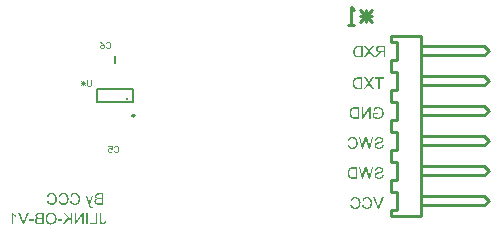
<source format=gbr>
G04*
G04 #@! TF.GenerationSoftware,Altium Limited,Altium Designer,23.1.1 (15)*
G04*
G04 Layer_Color=32896*
%FSLAX25Y25*%
%MOIN*%
G70*
G04*
G04 #@! TF.SameCoordinates,1495F0C7-D67D-4403-963C-54D1E027F531*
G04*
G04*
G04 #@! TF.FilePolarity,Positive*
G04*
G01*
G75*
%ADD13C,0.01000*%
%ADD14C,0.00787*%
%ADD16C,0.00400*%
%ADD62C,0.00700*%
G36*
X504537Y301261D02*
X504005D01*
X502506Y305102D01*
X503022D01*
X504066Y302310D01*
X504110Y302193D01*
X504149Y302082D01*
X504182Y301977D01*
X504210Y301883D01*
X504238Y301800D01*
X504254Y301738D01*
X504260Y301716D01*
X504265Y301700D01*
X504271Y301689D01*
Y301683D01*
X504338Y301905D01*
X504371Y302010D01*
X504404Y302105D01*
X504432Y302188D01*
X504443Y302221D01*
X504449Y302255D01*
X504460Y302277D01*
X504465Y302293D01*
X504471Y302305D01*
Y302310D01*
X505470Y305102D01*
X506025D01*
X504537Y301261D01*
D02*
G37*
G36*
X500569Y305157D02*
X500747Y305130D01*
X500902Y305096D01*
X500974Y305074D01*
X501041Y305052D01*
X501102Y305030D01*
X501158Y305007D01*
X501202Y304991D01*
X501246Y304974D01*
X501274Y304957D01*
X501296Y304946D01*
X501313Y304941D01*
X501319Y304935D01*
X501468Y304841D01*
X501596Y304730D01*
X501707Y304619D01*
X501801Y304508D01*
X501873Y304408D01*
X501901Y304364D01*
X501923Y304325D01*
X501946Y304297D01*
X501957Y304275D01*
X501962Y304258D01*
X501968Y304253D01*
X502045Y304081D01*
X502101Y303903D01*
X502140Y303725D01*
X502168Y303564D01*
X502179Y303492D01*
X502184Y303420D01*
X502190Y303365D01*
Y303309D01*
X502195Y303270D01*
Y303237D01*
Y303215D01*
Y303209D01*
X502184Y303009D01*
X502162Y302815D01*
X502134Y302643D01*
X502112Y302560D01*
X502096Y302488D01*
X502079Y302421D01*
X502057Y302360D01*
X502040Y302305D01*
X502029Y302260D01*
X502012Y302227D01*
X502007Y302199D01*
X501996Y302182D01*
Y302177D01*
X501912Y302010D01*
X501818Y301860D01*
X501718Y301733D01*
X501668Y301683D01*
X501624Y301633D01*
X501579Y301589D01*
X501535Y301550D01*
X501496Y301516D01*
X501463Y301494D01*
X501441Y301472D01*
X501418Y301455D01*
X501407Y301450D01*
X501402Y301444D01*
X501324Y301400D01*
X501246Y301361D01*
X501080Y301300D01*
X500913Y301256D01*
X500752Y301228D01*
X500675Y301217D01*
X500608Y301206D01*
X500547Y301200D01*
X500497D01*
X500453Y301195D01*
X500392D01*
X500281Y301200D01*
X500175Y301211D01*
X500075Y301222D01*
X499981Y301244D01*
X499892Y301272D01*
X499809Y301300D01*
X499731Y301328D01*
X499659Y301361D01*
X499598Y301389D01*
X499537Y301416D01*
X499493Y301444D01*
X499448Y301472D01*
X499420Y301494D01*
X499393Y301505D01*
X499381Y301516D01*
X499376Y301522D01*
X499298Y301589D01*
X499232Y301655D01*
X499171Y301733D01*
X499110Y301811D01*
X499010Y301966D01*
X498932Y302121D01*
X498899Y302193D01*
X498871Y302260D01*
X498849Y302321D01*
X498832Y302371D01*
X498815Y302415D01*
X498804Y302449D01*
X498799Y302471D01*
Y302477D01*
X499309Y302604D01*
X499332Y302515D01*
X499359Y302432D01*
X499387Y302355D01*
X499415Y302282D01*
X499448Y302216D01*
X499481Y302160D01*
X499520Y302105D01*
X499554Y302055D01*
X499581Y302010D01*
X499615Y301977D01*
X499642Y301944D01*
X499665Y301916D01*
X499687Y301899D01*
X499703Y301883D01*
X499709Y301877D01*
X499715Y301872D01*
X499770Y301827D01*
X499831Y301794D01*
X499953Y301733D01*
X500070Y301689D01*
X500186Y301661D01*
X500286Y301639D01*
X500325Y301633D01*
X500364D01*
X500397Y301627D01*
X500436D01*
X500564Y301633D01*
X500686Y301655D01*
X500797Y301683D01*
X500897Y301716D01*
X500974Y301749D01*
X501008Y301766D01*
X501035Y301777D01*
X501058Y301788D01*
X501074Y301800D01*
X501085Y301805D01*
X501091D01*
X501196Y301883D01*
X501285Y301966D01*
X501363Y302060D01*
X501424Y302149D01*
X501474Y302227D01*
X501507Y302293D01*
X501518Y302321D01*
X501529Y302338D01*
X501535Y302349D01*
Y302355D01*
X501579Y302499D01*
X501613Y302643D01*
X501640Y302787D01*
X501657Y302921D01*
X501663Y302982D01*
X501668Y303037D01*
Y303087D01*
X501674Y303126D01*
Y303159D01*
Y303187D01*
Y303204D01*
Y303209D01*
X501668Y303354D01*
X501657Y303487D01*
X501635Y303609D01*
X501613Y303720D01*
X501596Y303814D01*
X501585Y303853D01*
X501574Y303886D01*
X501568Y303914D01*
X501563Y303931D01*
X501557Y303942D01*
Y303947D01*
X501502Y304075D01*
X501441Y304191D01*
X501374Y304286D01*
X501302Y304369D01*
X501241Y304436D01*
X501191Y304480D01*
X501152Y304508D01*
X501146Y304519D01*
X501141D01*
X501024Y304591D01*
X500897Y304647D01*
X500775Y304685D01*
X500658Y304708D01*
X500553Y304724D01*
X500508Y304730D01*
X500469D01*
X500442Y304735D01*
X500397D01*
X500258Y304730D01*
X500131Y304708D01*
X500025Y304674D01*
X499931Y304641D01*
X499859Y304602D01*
X499803Y304574D01*
X499770Y304552D01*
X499759Y304541D01*
X499670Y304458D01*
X499587Y304364D01*
X499520Y304264D01*
X499465Y304164D01*
X499420Y304075D01*
X499404Y304031D01*
X499393Y303997D01*
X499381Y303970D01*
X499370Y303947D01*
X499365Y303936D01*
Y303931D01*
X498865Y304047D01*
X498899Y304147D01*
X498932Y304236D01*
X498976Y304319D01*
X499015Y304402D01*
X499060Y304475D01*
X499110Y304541D01*
X499154Y304608D01*
X499198Y304663D01*
X499243Y304708D01*
X499282Y304752D01*
X499321Y304791D01*
X499348Y304819D01*
X499376Y304846D01*
X499398Y304863D01*
X499409Y304869D01*
X499415Y304874D01*
X499493Y304924D01*
X499570Y304974D01*
X499648Y305013D01*
X499731Y305046D01*
X499898Y305096D01*
X500047Y305130D01*
X500120Y305146D01*
X500181Y305152D01*
X500242Y305157D01*
X500292Y305163D01*
X500331Y305168D01*
X500386D01*
X500569Y305157D01*
D02*
G37*
G36*
X496695D02*
X496873Y305130D01*
X497028Y305096D01*
X497100Y305074D01*
X497167Y305052D01*
X497228Y305030D01*
X497284Y305007D01*
X497328Y304991D01*
X497372Y304974D01*
X497400Y304957D01*
X497422Y304946D01*
X497439Y304941D01*
X497445Y304935D01*
X497594Y304841D01*
X497722Y304730D01*
X497833Y304619D01*
X497927Y304508D01*
X498000Y304408D01*
X498027Y304364D01*
X498049Y304325D01*
X498072Y304297D01*
X498083Y304275D01*
X498088Y304258D01*
X498094Y304253D01*
X498172Y304081D01*
X498227Y303903D01*
X498266Y303725D01*
X498294Y303564D01*
X498305Y303492D01*
X498310Y303420D01*
X498316Y303365D01*
Y303309D01*
X498321Y303270D01*
Y303237D01*
Y303215D01*
Y303209D01*
X498310Y303009D01*
X498288Y302815D01*
X498260Y302643D01*
X498238Y302560D01*
X498222Y302488D01*
X498205Y302421D01*
X498183Y302360D01*
X498166Y302305D01*
X498155Y302260D01*
X498138Y302227D01*
X498133Y302199D01*
X498122Y302182D01*
Y302177D01*
X498038Y302010D01*
X497944Y301860D01*
X497844Y301733D01*
X497794Y301683D01*
X497750Y301633D01*
X497705Y301589D01*
X497661Y301550D01*
X497622Y301516D01*
X497589Y301494D01*
X497567Y301472D01*
X497544Y301455D01*
X497533Y301450D01*
X497528Y301444D01*
X497450Y301400D01*
X497372Y301361D01*
X497206Y301300D01*
X497039Y301256D01*
X496878Y301228D01*
X496801Y301217D01*
X496734Y301206D01*
X496673Y301200D01*
X496623D01*
X496579Y301195D01*
X496518D01*
X496407Y301200D01*
X496301Y301211D01*
X496201Y301222D01*
X496107Y301244D01*
X496018Y301272D01*
X495935Y301300D01*
X495857Y301328D01*
X495785Y301361D01*
X495724Y301389D01*
X495663Y301416D01*
X495619Y301444D01*
X495574Y301472D01*
X495546Y301494D01*
X495519Y301505D01*
X495508Y301516D01*
X495502Y301522D01*
X495424Y301589D01*
X495358Y301655D01*
X495297Y301733D01*
X495236Y301811D01*
X495136Y301966D01*
X495058Y302121D01*
X495025Y302193D01*
X494997Y302260D01*
X494975Y302321D01*
X494958Y302371D01*
X494942Y302415D01*
X494930Y302449D01*
X494925Y302471D01*
Y302477D01*
X495435Y302604D01*
X495458Y302515D01*
X495485Y302432D01*
X495513Y302355D01*
X495541Y302282D01*
X495574Y302216D01*
X495608Y302160D01*
X495646Y302105D01*
X495680Y302055D01*
X495707Y302010D01*
X495741Y301977D01*
X495768Y301944D01*
X495791Y301916D01*
X495813Y301899D01*
X495829Y301883D01*
X495835Y301877D01*
X495841Y301872D01*
X495896Y301827D01*
X495957Y301794D01*
X496079Y301733D01*
X496196Y301689D01*
X496312Y301661D01*
X496412Y301639D01*
X496451Y301633D01*
X496490D01*
X496523Y301627D01*
X496562D01*
X496690Y301633D01*
X496812Y301655D01*
X496923Y301683D01*
X497023Y301716D01*
X497100Y301749D01*
X497134Y301766D01*
X497161Y301777D01*
X497184Y301788D01*
X497200Y301800D01*
X497212Y301805D01*
X497217D01*
X497323Y301883D01*
X497411Y301966D01*
X497489Y302060D01*
X497550Y302149D01*
X497600Y302227D01*
X497633Y302293D01*
X497644Y302321D01*
X497655Y302338D01*
X497661Y302349D01*
Y302355D01*
X497705Y302499D01*
X497739Y302643D01*
X497766Y302787D01*
X497783Y302921D01*
X497789Y302982D01*
X497794Y303037D01*
Y303087D01*
X497800Y303126D01*
Y303159D01*
Y303187D01*
Y303204D01*
Y303209D01*
X497794Y303354D01*
X497783Y303487D01*
X497761Y303609D01*
X497739Y303720D01*
X497722Y303814D01*
X497711Y303853D01*
X497700Y303886D01*
X497694Y303914D01*
X497689Y303931D01*
X497683Y303942D01*
Y303947D01*
X497628Y304075D01*
X497567Y304191D01*
X497500Y304286D01*
X497428Y304369D01*
X497367Y304436D01*
X497317Y304480D01*
X497278Y304508D01*
X497272Y304519D01*
X497267D01*
X497150Y304591D01*
X497023Y304647D01*
X496901Y304685D01*
X496784Y304708D01*
X496679Y304724D01*
X496634Y304730D01*
X496595D01*
X496568Y304735D01*
X496523D01*
X496384Y304730D01*
X496257Y304708D01*
X496151Y304674D01*
X496057Y304641D01*
X495985Y304602D01*
X495929Y304574D01*
X495896Y304552D01*
X495885Y304541D01*
X495796Y304458D01*
X495713Y304364D01*
X495646Y304264D01*
X495591Y304164D01*
X495546Y304075D01*
X495530Y304031D01*
X495519Y303997D01*
X495508Y303970D01*
X495497Y303947D01*
X495491Y303936D01*
Y303931D01*
X494991Y304047D01*
X495025Y304147D01*
X495058Y304236D01*
X495103Y304319D01*
X495141Y304402D01*
X495186Y304475D01*
X495236Y304541D01*
X495280Y304608D01*
X495325Y304663D01*
X495369Y304708D01*
X495408Y304752D01*
X495447Y304791D01*
X495474Y304819D01*
X495502Y304846D01*
X495524Y304863D01*
X495535Y304869D01*
X495541Y304874D01*
X495619Y304924D01*
X495696Y304974D01*
X495774Y305013D01*
X495857Y305046D01*
X496024Y305096D01*
X496174Y305130D01*
X496246Y305146D01*
X496307Y305152D01*
X496368Y305157D01*
X496418Y305163D01*
X496457Y305168D01*
X496512D01*
X496695Y305157D01*
D02*
G37*
G36*
X501624Y311261D02*
X501091D01*
X500281Y314186D01*
X500258Y314258D01*
X500242Y314336D01*
X500220Y314413D01*
X500203Y314480D01*
X500186Y314541D01*
X500175Y314591D01*
X500170Y314624D01*
X500164Y314630D01*
Y314635D01*
X500159Y314619D01*
X500153Y314591D01*
X500136Y314530D01*
X500114Y314458D01*
X500092Y314380D01*
X500075Y314308D01*
X500059Y314247D01*
X500053Y314219D01*
X500047Y314203D01*
X500042Y314192D01*
Y314186D01*
X499237Y311261D01*
X498738D01*
X497683Y315102D01*
X498199D01*
X498799Y312632D01*
X498843Y312460D01*
X498876Y312304D01*
X498910Y312160D01*
X498938Y312038D01*
X498954Y311983D01*
X498960Y311933D01*
X498971Y311894D01*
X498976Y311860D01*
X498987Y311833D01*
Y311811D01*
X498993Y311800D01*
Y311794D01*
X499032Y312038D01*
X499082Y312277D01*
X499132Y312504D01*
X499154Y312610D01*
X499182Y312715D01*
X499204Y312810D01*
X499226Y312893D01*
X499248Y312965D01*
X499265Y313032D01*
X499276Y313082D01*
X499287Y313120D01*
X499298Y313148D01*
Y313154D01*
X499842Y315102D01*
X500458D01*
X501185Y312504D01*
X501191Y312482D01*
X501202Y312449D01*
X501213Y312404D01*
X501224Y312354D01*
X501241Y312299D01*
X501252Y312238D01*
X501285Y312116D01*
X501313Y311994D01*
X501330Y311938D01*
X501341Y311894D01*
X501346Y311849D01*
X501357Y311822D01*
X501363Y311800D01*
Y311794D01*
X501391Y311938D01*
X501418Y312083D01*
X501446Y312216D01*
X501474Y312332D01*
X501485Y312388D01*
X501496Y312438D01*
X501507Y312477D01*
X501513Y312515D01*
X501518Y312543D01*
X501524Y312565D01*
X501529Y312577D01*
Y312582D01*
X502101Y315102D01*
X502628D01*
X501624Y311261D01*
D02*
G37*
G36*
X497206D02*
X495824D01*
X495696Y311267D01*
X495580Y311272D01*
X495474Y311283D01*
X495386Y311294D01*
X495308Y311305D01*
X495252Y311311D01*
X495236Y311317D01*
X495219Y311322D01*
X495208D01*
X495108Y311350D01*
X495019Y311383D01*
X494942Y311411D01*
X494875Y311444D01*
X494819Y311472D01*
X494781Y311494D01*
X494758Y311511D01*
X494747Y311516D01*
X494675Y311566D01*
X494614Y311627D01*
X494553Y311683D01*
X494503Y311738D01*
X494459Y311788D01*
X494425Y311827D01*
X494403Y311855D01*
X494398Y311866D01*
X494342Y311955D01*
X494287Y312049D01*
X494242Y312138D01*
X494209Y312227D01*
X494176Y312304D01*
X494153Y312366D01*
X494148Y312388D01*
X494142Y312404D01*
X494137Y312416D01*
Y312421D01*
X494103Y312554D01*
X494076Y312687D01*
X494059Y312815D01*
X494042Y312937D01*
X494037Y313043D01*
Y313087D01*
X494031Y313126D01*
Y313154D01*
Y313181D01*
Y313193D01*
Y313198D01*
X494037Y313387D01*
X494054Y313559D01*
X494081Y313714D01*
X494092Y313786D01*
X494109Y313847D01*
X494126Y313909D01*
X494137Y313958D01*
X494148Y314003D01*
X494165Y314042D01*
X494170Y314075D01*
X494181Y314097D01*
X494187Y314108D01*
Y314114D01*
X494248Y314258D01*
X494320Y314386D01*
X494398Y314497D01*
X494470Y314591D01*
X494536Y314669D01*
X494592Y314724D01*
X494614Y314741D01*
X494631Y314758D01*
X494636Y314763D01*
X494642Y314769D01*
X494731Y314841D01*
X494825Y314896D01*
X494919Y314946D01*
X495008Y314985D01*
X495086Y315013D01*
X495147Y315030D01*
X495169Y315041D01*
X495186D01*
X495197Y315046D01*
X495202D01*
X495297Y315063D01*
X495408Y315079D01*
X495519Y315091D01*
X495630Y315096D01*
X495730Y315102D01*
X497206D01*
Y311261D01*
D02*
G37*
G36*
X504676Y315163D02*
X504804Y315146D01*
X504926Y315124D01*
X505031Y315102D01*
X505115Y315079D01*
X505154Y315068D01*
X505181Y315057D01*
X505203Y315046D01*
X505220Y315041D01*
X505231Y315035D01*
X505237D01*
X505348Y314980D01*
X505448Y314919D01*
X505531Y314852D01*
X505597Y314791D01*
X505648Y314735D01*
X505686Y314691D01*
X505714Y314658D01*
X505720Y314652D01*
Y314647D01*
X505775Y314552D01*
X505814Y314458D01*
X505842Y314364D01*
X505858Y314280D01*
X505869Y314208D01*
X505881Y314153D01*
Y314130D01*
Y314114D01*
Y314108D01*
Y314103D01*
X505875Y314008D01*
X505858Y313920D01*
X505836Y313836D01*
X505814Y313764D01*
X505792Y313709D01*
X505770Y313664D01*
X505753Y313636D01*
X505747Y313625D01*
X505692Y313548D01*
X505625Y313476D01*
X505559Y313415D01*
X505492Y313365D01*
X505437Y313320D01*
X505387Y313292D01*
X505353Y313270D01*
X505348Y313265D01*
X505342D01*
X505298Y313243D01*
X505248Y313220D01*
X505137Y313181D01*
X505009Y313143D01*
X504887Y313104D01*
X504776Y313070D01*
X504726Y313059D01*
X504682Y313048D01*
X504648Y313037D01*
X504621Y313032D01*
X504604Y313026D01*
X504599D01*
X504504Y313004D01*
X504415Y312982D01*
X504338Y312959D01*
X504271Y312943D01*
X504205Y312926D01*
X504149Y312910D01*
X504099Y312898D01*
X504060Y312882D01*
X504021Y312871D01*
X503994Y312865D01*
X503949Y312848D01*
X503921Y312843D01*
X503916Y312837D01*
X503833Y312804D01*
X503760Y312765D01*
X503699Y312726D01*
X503655Y312693D01*
X503616Y312660D01*
X503594Y312637D01*
X503577Y312621D01*
X503572Y312615D01*
X503533Y312565D01*
X503505Y312510D01*
X503488Y312454D01*
X503472Y312410D01*
X503466Y312366D01*
X503461Y312332D01*
Y312304D01*
Y312299D01*
X503466Y312232D01*
X503477Y312171D01*
X503494Y312116D01*
X503516Y312071D01*
X503539Y312027D01*
X503555Y311999D01*
X503566Y311977D01*
X503572Y311971D01*
X503616Y311916D01*
X503672Y311872D01*
X503727Y311833D01*
X503777Y311794D01*
X503827Y311772D01*
X503866Y311750D01*
X503894Y311738D01*
X503905Y311733D01*
X503988Y311705D01*
X504077Y311683D01*
X504166Y311672D01*
X504243Y311661D01*
X504310Y311655D01*
X504365Y311650D01*
X504415D01*
X504537Y311655D01*
X504648Y311666D01*
X504748Y311683D01*
X504837Y311705D01*
X504909Y311727D01*
X504965Y311744D01*
X504982Y311750D01*
X504998Y311755D01*
X505004Y311761D01*
X505009D01*
X505098Y311805D01*
X505181Y311855D01*
X505242Y311905D01*
X505298Y311955D01*
X505342Y311994D01*
X505370Y312033D01*
X505387Y312055D01*
X505392Y312060D01*
X505431Y312133D01*
X505470Y312210D01*
X505492Y312293D01*
X505514Y312366D01*
X505531Y312438D01*
X505542Y312488D01*
Y312510D01*
X505548Y312526D01*
Y312532D01*
Y312538D01*
X506025Y312493D01*
X506014Y312354D01*
X505992Y312221D01*
X505958Y312105D01*
X505919Y311999D01*
X505881Y311916D01*
X505864Y311883D01*
X505853Y311855D01*
X505836Y311833D01*
X505831Y311816D01*
X505820Y311805D01*
Y311800D01*
X505736Y311694D01*
X505648Y311600D01*
X505553Y311522D01*
X505464Y311455D01*
X505387Y311405D01*
X505320Y311372D01*
X505298Y311361D01*
X505281Y311350D01*
X505270Y311344D01*
X505265D01*
X505126Y311294D01*
X504982Y311256D01*
X504837Y311233D01*
X504698Y311211D01*
X504632Y311206D01*
X504576Y311200D01*
X504526D01*
X504482Y311194D01*
X504393D01*
X504243Y311200D01*
X504105Y311217D01*
X503977Y311245D01*
X503871Y311272D01*
X503783Y311294D01*
X503744Y311311D01*
X503711Y311322D01*
X503688Y311333D01*
X503672Y311339D01*
X503661Y311344D01*
X503655D01*
X503539Y311405D01*
X503439Y311472D01*
X503350Y311544D01*
X503278Y311611D01*
X503222Y311666D01*
X503183Y311716D01*
X503156Y311750D01*
X503150Y311755D01*
Y311761D01*
X503089Y311866D01*
X503045Y311966D01*
X503017Y312060D01*
X502995Y312149D01*
X502984Y312227D01*
X502972Y312288D01*
Y312310D01*
Y312327D01*
Y312332D01*
Y312338D01*
X502978Y312449D01*
X502995Y312554D01*
X503022Y312649D01*
X503050Y312726D01*
X503083Y312793D01*
X503106Y312843D01*
X503128Y312871D01*
X503133Y312882D01*
X503200Y312965D01*
X503278Y313043D01*
X503361Y313109D01*
X503444Y313170D01*
X503516Y313215D01*
X503577Y313248D01*
X503600Y313259D01*
X503616Y313270D01*
X503627Y313276D01*
X503633D01*
X503677Y313298D01*
X503733Y313315D01*
X503794Y313337D01*
X503860Y313359D01*
X503999Y313398D01*
X504143Y313437D01*
X504210Y313453D01*
X504271Y313470D01*
X504332Y313487D01*
X504382Y313498D01*
X504421Y313509D01*
X504454Y313514D01*
X504476Y313520D01*
X504482D01*
X504593Y313548D01*
X504693Y313570D01*
X504782Y313598D01*
X504859Y313620D01*
X504931Y313648D01*
X504993Y313670D01*
X505048Y313692D01*
X505098Y313709D01*
X505137Y313731D01*
X505170Y313748D01*
X505192Y313759D01*
X505215Y313775D01*
X505242Y313792D01*
X505248Y313797D01*
X505298Y313853D01*
X505331Y313909D01*
X505359Y313964D01*
X505375Y314019D01*
X505387Y314064D01*
X505392Y314103D01*
Y314125D01*
Y314136D01*
X505381Y314225D01*
X505359Y314302D01*
X505326Y314369D01*
X505287Y314430D01*
X505253Y314475D01*
X505220Y314513D01*
X505198Y314536D01*
X505187Y314541D01*
X505142Y314569D01*
X505098Y314597D01*
X504993Y314641D01*
X504882Y314669D01*
X504771Y314691D01*
X504671Y314702D01*
X504626Y314708D01*
X504593Y314713D01*
X504515D01*
X504360Y314708D01*
X504221Y314686D01*
X504110Y314652D01*
X504016Y314619D01*
X503944Y314586D01*
X503888Y314552D01*
X503860Y314530D01*
X503849Y314525D01*
X503772Y314447D01*
X503711Y314364D01*
X503661Y314275D01*
X503627Y314186D01*
X503605Y314103D01*
X503588Y314042D01*
X503583Y314014D01*
X503577Y313997D01*
Y313986D01*
Y313981D01*
X503089Y314019D01*
X503100Y314142D01*
X503128Y314253D01*
X503156Y314358D01*
X503194Y314447D01*
X503228Y314519D01*
X503255Y314575D01*
X503266Y314591D01*
X503278Y314608D01*
X503283Y314613D01*
Y314619D01*
X503355Y314713D01*
X503433Y314796D01*
X503516Y314869D01*
X503600Y314924D01*
X503672Y314974D01*
X503727Y315002D01*
X503749Y315013D01*
X503766Y315024D01*
X503777Y315030D01*
X503783D01*
X503905Y315074D01*
X504038Y315107D01*
X504160Y315135D01*
X504277Y315152D01*
X504382Y315163D01*
X504421D01*
X504460Y315168D01*
X504532D01*
X504676Y315163D01*
D02*
G37*
G36*
X501624Y321261D02*
X501091D01*
X500281Y324186D01*
X500258Y324258D01*
X500242Y324336D01*
X500220Y324413D01*
X500203Y324480D01*
X500186Y324541D01*
X500175Y324591D01*
X500170Y324624D01*
X500164Y324630D01*
Y324636D01*
X500159Y324619D01*
X500153Y324591D01*
X500136Y324530D01*
X500114Y324458D01*
X500092Y324380D01*
X500075Y324308D01*
X500059Y324247D01*
X500053Y324219D01*
X500047Y324203D01*
X500042Y324191D01*
Y324186D01*
X499237Y321261D01*
X498738D01*
X497683Y325102D01*
X498199D01*
X498799Y322632D01*
X498843Y322460D01*
X498876Y322305D01*
X498910Y322160D01*
X498938Y322038D01*
X498954Y321983D01*
X498960Y321933D01*
X498971Y321894D01*
X498976Y321861D01*
X498987Y321833D01*
Y321811D01*
X498993Y321799D01*
Y321794D01*
X499032Y322038D01*
X499082Y322277D01*
X499132Y322504D01*
X499154Y322610D01*
X499182Y322715D01*
X499204Y322810D01*
X499226Y322893D01*
X499248Y322965D01*
X499265Y323032D01*
X499276Y323081D01*
X499287Y323120D01*
X499298Y323148D01*
Y323154D01*
X499842Y325102D01*
X500458D01*
X501185Y322504D01*
X501191Y322482D01*
X501202Y322449D01*
X501213Y322404D01*
X501224Y322355D01*
X501241Y322299D01*
X501252Y322238D01*
X501285Y322116D01*
X501313Y321994D01*
X501330Y321938D01*
X501341Y321894D01*
X501346Y321849D01*
X501357Y321822D01*
X501363Y321799D01*
Y321794D01*
X501391Y321938D01*
X501418Y322082D01*
X501446Y322216D01*
X501474Y322332D01*
X501485Y322388D01*
X501496Y322438D01*
X501507Y322477D01*
X501513Y322515D01*
X501518Y322543D01*
X501524Y322565D01*
X501529Y322576D01*
Y322582D01*
X502101Y325102D01*
X502628D01*
X501624Y321261D01*
D02*
G37*
G36*
X495730Y325157D02*
X495907Y325130D01*
X496063Y325096D01*
X496135Y325074D01*
X496201Y325052D01*
X496262Y325030D01*
X496318Y325007D01*
X496362Y324991D01*
X496407Y324974D01*
X496434Y324957D01*
X496457Y324946D01*
X496473Y324941D01*
X496479Y324935D01*
X496629Y324841D01*
X496756Y324730D01*
X496867Y324619D01*
X496962Y324508D01*
X497034Y324408D01*
X497062Y324364D01*
X497084Y324325D01*
X497106Y324297D01*
X497117Y324275D01*
X497123Y324258D01*
X497128Y324253D01*
X497206Y324080D01*
X497261Y323903D01*
X497300Y323725D01*
X497328Y323564D01*
X497339Y323492D01*
X497345Y323420D01*
X497350Y323365D01*
Y323309D01*
X497356Y323270D01*
Y323237D01*
Y323215D01*
Y323209D01*
X497345Y323009D01*
X497323Y322815D01*
X497295Y322643D01*
X497272Y322560D01*
X497256Y322488D01*
X497239Y322421D01*
X497217Y322360D01*
X497200Y322305D01*
X497189Y322260D01*
X497173Y322227D01*
X497167Y322199D01*
X497156Y322182D01*
Y322177D01*
X497073Y322010D01*
X496978Y321861D01*
X496878Y321733D01*
X496829Y321683D01*
X496784Y321633D01*
X496740Y321589D01*
X496695Y321550D01*
X496657Y321516D01*
X496623Y321494D01*
X496601Y321472D01*
X496579Y321455D01*
X496568Y321450D01*
X496562Y321444D01*
X496484Y321400D01*
X496407Y321361D01*
X496240Y321300D01*
X496074Y321256D01*
X495913Y321228D01*
X495835Y321217D01*
X495768Y321206D01*
X495707Y321200D01*
X495657D01*
X495613Y321195D01*
X495552D01*
X495441Y321200D01*
X495336Y321211D01*
X495236Y321222D01*
X495141Y321245D01*
X495052Y321272D01*
X494969Y321300D01*
X494892Y321328D01*
X494819Y321361D01*
X494758Y321389D01*
X494697Y321416D01*
X494653Y321444D01*
X494608Y321472D01*
X494581Y321494D01*
X494553Y321505D01*
X494542Y321516D01*
X494536Y321522D01*
X494459Y321589D01*
X494392Y321655D01*
X494331Y321733D01*
X494270Y321811D01*
X494170Y321966D01*
X494092Y322121D01*
X494059Y322194D01*
X494031Y322260D01*
X494009Y322321D01*
X493993Y322371D01*
X493976Y322415D01*
X493965Y322449D01*
X493959Y322471D01*
Y322477D01*
X494470Y322604D01*
X494492Y322515D01*
X494520Y322432D01*
X494548Y322355D01*
X494575Y322282D01*
X494608Y322216D01*
X494642Y322160D01*
X494681Y322105D01*
X494714Y322055D01*
X494742Y322010D01*
X494775Y321977D01*
X494803Y321944D01*
X494825Y321916D01*
X494847Y321899D01*
X494864Y321883D01*
X494869Y321877D01*
X494875Y321872D01*
X494930Y321827D01*
X494991Y321794D01*
X495114Y321733D01*
X495230Y321689D01*
X495347Y321661D01*
X495447Y321638D01*
X495485Y321633D01*
X495524D01*
X495558Y321627D01*
X495596D01*
X495724Y321633D01*
X495846Y321655D01*
X495957Y321683D01*
X496057Y321716D01*
X496135Y321749D01*
X496168Y321766D01*
X496196Y321777D01*
X496218Y321788D01*
X496235Y321799D01*
X496246Y321805D01*
X496251D01*
X496357Y321883D01*
X496446Y321966D01*
X496523Y322060D01*
X496584Y322149D01*
X496634Y322227D01*
X496668Y322293D01*
X496679Y322321D01*
X496690Y322338D01*
X496695Y322349D01*
Y322355D01*
X496740Y322499D01*
X496773Y322643D01*
X496801Y322787D01*
X496817Y322921D01*
X496823Y322982D01*
X496829Y323037D01*
Y323087D01*
X496834Y323126D01*
Y323159D01*
Y323187D01*
Y323204D01*
Y323209D01*
X496829Y323354D01*
X496817Y323487D01*
X496795Y323609D01*
X496773Y323720D01*
X496756Y323814D01*
X496745Y323853D01*
X496734Y323886D01*
X496729Y323914D01*
X496723Y323931D01*
X496718Y323942D01*
Y323947D01*
X496662Y324075D01*
X496601Y324191D01*
X496534Y324286D01*
X496462Y324369D01*
X496401Y324436D01*
X496351Y324480D01*
X496312Y324508D01*
X496307Y324519D01*
X496301D01*
X496185Y324591D01*
X496057Y324647D01*
X495935Y324686D01*
X495818Y324708D01*
X495713Y324724D01*
X495669Y324730D01*
X495630D01*
X495602Y324735D01*
X495558D01*
X495419Y324730D01*
X495291Y324708D01*
X495186Y324674D01*
X495091Y324641D01*
X495019Y324602D01*
X494964Y324574D01*
X494930Y324552D01*
X494919Y324541D01*
X494831Y324458D01*
X494747Y324364D01*
X494681Y324264D01*
X494625Y324164D01*
X494581Y324075D01*
X494564Y324031D01*
X494553Y323997D01*
X494542Y323970D01*
X494531Y323947D01*
X494525Y323936D01*
Y323931D01*
X494026Y324047D01*
X494059Y324147D01*
X494092Y324236D01*
X494137Y324319D01*
X494176Y324402D01*
X494220Y324475D01*
X494270Y324541D01*
X494314Y324608D01*
X494359Y324663D01*
X494403Y324708D01*
X494442Y324752D01*
X494481Y324791D01*
X494509Y324819D01*
X494536Y324846D01*
X494559Y324863D01*
X494570Y324869D01*
X494575Y324874D01*
X494653Y324924D01*
X494731Y324974D01*
X494808Y325013D01*
X494892Y325046D01*
X495058Y325096D01*
X495208Y325130D01*
X495280Y325146D01*
X495341Y325152D01*
X495402Y325157D01*
X495452Y325163D01*
X495491Y325168D01*
X495546D01*
X495730Y325157D01*
D02*
G37*
G36*
X504676Y325163D02*
X504804Y325146D01*
X504926Y325124D01*
X505031Y325102D01*
X505115Y325079D01*
X505154Y325068D01*
X505181Y325057D01*
X505203Y325046D01*
X505220Y325041D01*
X505231Y325035D01*
X505237D01*
X505348Y324980D01*
X505448Y324919D01*
X505531Y324852D01*
X505597Y324791D01*
X505648Y324735D01*
X505686Y324691D01*
X505714Y324658D01*
X505720Y324652D01*
Y324647D01*
X505775Y324552D01*
X505814Y324458D01*
X505842Y324364D01*
X505858Y324280D01*
X505869Y324208D01*
X505881Y324153D01*
Y324131D01*
Y324114D01*
Y324108D01*
Y324103D01*
X505875Y324008D01*
X505858Y323920D01*
X505836Y323836D01*
X505814Y323764D01*
X505792Y323709D01*
X505770Y323664D01*
X505753Y323637D01*
X505747Y323625D01*
X505692Y323548D01*
X505625Y323476D01*
X505559Y323414D01*
X505492Y323365D01*
X505437Y323320D01*
X505387Y323292D01*
X505353Y323270D01*
X505348Y323265D01*
X505342D01*
X505298Y323242D01*
X505248Y323220D01*
X505137Y323181D01*
X505009Y323143D01*
X504887Y323104D01*
X504776Y323070D01*
X504726Y323059D01*
X504682Y323048D01*
X504648Y323037D01*
X504621Y323032D01*
X504604Y323026D01*
X504599D01*
X504504Y323004D01*
X504415Y322982D01*
X504338Y322959D01*
X504271Y322943D01*
X504205Y322926D01*
X504149Y322909D01*
X504099Y322898D01*
X504060Y322882D01*
X504021Y322871D01*
X503994Y322865D01*
X503949Y322848D01*
X503921Y322843D01*
X503916Y322837D01*
X503833Y322804D01*
X503760Y322765D01*
X503699Y322726D01*
X503655Y322693D01*
X503616Y322660D01*
X503594Y322638D01*
X503577Y322621D01*
X503572Y322615D01*
X503533Y322565D01*
X503505Y322510D01*
X503488Y322454D01*
X503472Y322410D01*
X503466Y322366D01*
X503461Y322332D01*
Y322305D01*
Y322299D01*
X503466Y322232D01*
X503477Y322171D01*
X503494Y322116D01*
X503516Y322071D01*
X503539Y322027D01*
X503555Y321999D01*
X503566Y321977D01*
X503572Y321972D01*
X503616Y321916D01*
X503672Y321872D01*
X503727Y321833D01*
X503777Y321794D01*
X503827Y321772D01*
X503866Y321749D01*
X503894Y321738D01*
X503905Y321733D01*
X503988Y321705D01*
X504077Y321683D01*
X504166Y321672D01*
X504243Y321661D01*
X504310Y321655D01*
X504365Y321650D01*
X504415D01*
X504537Y321655D01*
X504648Y321666D01*
X504748Y321683D01*
X504837Y321705D01*
X504909Y321727D01*
X504965Y321744D01*
X504982Y321749D01*
X504998Y321755D01*
X505004Y321761D01*
X505009D01*
X505098Y321805D01*
X505181Y321855D01*
X505242Y321905D01*
X505298Y321955D01*
X505342Y321994D01*
X505370Y322033D01*
X505387Y322055D01*
X505392Y322060D01*
X505431Y322132D01*
X505470Y322210D01*
X505492Y322293D01*
X505514Y322366D01*
X505531Y322438D01*
X505542Y322488D01*
Y322510D01*
X505548Y322527D01*
Y322532D01*
Y322538D01*
X506025Y322493D01*
X506014Y322355D01*
X505992Y322221D01*
X505958Y322105D01*
X505919Y321999D01*
X505881Y321916D01*
X505864Y321883D01*
X505853Y321855D01*
X505836Y321833D01*
X505831Y321816D01*
X505820Y321805D01*
Y321799D01*
X505736Y321694D01*
X505648Y321600D01*
X505553Y321522D01*
X505464Y321455D01*
X505387Y321405D01*
X505320Y321372D01*
X505298Y321361D01*
X505281Y321350D01*
X505270Y321344D01*
X505265D01*
X505126Y321294D01*
X504982Y321256D01*
X504837Y321233D01*
X504698Y321211D01*
X504632Y321206D01*
X504576Y321200D01*
X504526D01*
X504482Y321195D01*
X504393D01*
X504243Y321200D01*
X504105Y321217D01*
X503977Y321245D01*
X503871Y321272D01*
X503783Y321294D01*
X503744Y321311D01*
X503711Y321322D01*
X503688Y321333D01*
X503672Y321339D01*
X503661Y321344D01*
X503655D01*
X503539Y321405D01*
X503439Y321472D01*
X503350Y321544D01*
X503278Y321611D01*
X503222Y321666D01*
X503183Y321716D01*
X503156Y321749D01*
X503150Y321755D01*
Y321761D01*
X503089Y321866D01*
X503045Y321966D01*
X503017Y322060D01*
X502995Y322149D01*
X502984Y322227D01*
X502972Y322288D01*
Y322310D01*
Y322327D01*
Y322332D01*
Y322338D01*
X502978Y322449D01*
X502995Y322554D01*
X503022Y322649D01*
X503050Y322726D01*
X503083Y322793D01*
X503106Y322843D01*
X503128Y322871D01*
X503133Y322882D01*
X503200Y322965D01*
X503278Y323043D01*
X503361Y323109D01*
X503444Y323170D01*
X503516Y323215D01*
X503577Y323248D01*
X503600Y323259D01*
X503616Y323270D01*
X503627Y323276D01*
X503633D01*
X503677Y323298D01*
X503733Y323315D01*
X503794Y323337D01*
X503860Y323359D01*
X503999Y323398D01*
X504143Y323437D01*
X504210Y323453D01*
X504271Y323470D01*
X504332Y323487D01*
X504382Y323498D01*
X504421Y323509D01*
X504454Y323514D01*
X504476Y323520D01*
X504482D01*
X504593Y323548D01*
X504693Y323570D01*
X504782Y323598D01*
X504859Y323620D01*
X504931Y323648D01*
X504993Y323670D01*
X505048Y323692D01*
X505098Y323709D01*
X505137Y323731D01*
X505170Y323747D01*
X505192Y323759D01*
X505215Y323775D01*
X505242Y323792D01*
X505248Y323797D01*
X505298Y323853D01*
X505331Y323908D01*
X505359Y323964D01*
X505375Y324020D01*
X505387Y324064D01*
X505392Y324103D01*
Y324125D01*
Y324136D01*
X505381Y324225D01*
X505359Y324303D01*
X505326Y324369D01*
X505287Y324430D01*
X505253Y324475D01*
X505220Y324513D01*
X505198Y324536D01*
X505187Y324541D01*
X505142Y324569D01*
X505098Y324597D01*
X504993Y324641D01*
X504882Y324669D01*
X504771Y324691D01*
X504671Y324702D01*
X504626Y324708D01*
X504593Y324713D01*
X504515D01*
X504360Y324708D01*
X504221Y324686D01*
X504110Y324652D01*
X504016Y324619D01*
X503944Y324586D01*
X503888Y324552D01*
X503860Y324530D01*
X503849Y324524D01*
X503772Y324447D01*
X503711Y324364D01*
X503661Y324275D01*
X503627Y324186D01*
X503605Y324103D01*
X503588Y324042D01*
X503583Y324014D01*
X503577Y323997D01*
Y323986D01*
Y323981D01*
X503089Y324020D01*
X503100Y324142D01*
X503128Y324253D01*
X503156Y324358D01*
X503194Y324447D01*
X503228Y324519D01*
X503255Y324574D01*
X503266Y324591D01*
X503278Y324608D01*
X503283Y324613D01*
Y324619D01*
X503355Y324713D01*
X503433Y324797D01*
X503516Y324869D01*
X503600Y324924D01*
X503672Y324974D01*
X503727Y325002D01*
X503749Y325013D01*
X503766Y325024D01*
X503777Y325030D01*
X503783D01*
X503905Y325074D01*
X504038Y325107D01*
X504160Y325135D01*
X504277Y325152D01*
X504382Y325163D01*
X504421D01*
X504460Y325168D01*
X504532D01*
X504676Y325163D01*
D02*
G37*
G36*
X501724Y331261D02*
X501235D01*
Y334275D01*
X499226Y331261D01*
X498699D01*
Y335102D01*
X499187D01*
Y332083D01*
X501202Y335102D01*
X501724D01*
Y331261D01*
D02*
G37*
G36*
X504310Y335157D02*
X504504Y335129D01*
X504593Y335113D01*
X504676Y335091D01*
X504754Y335074D01*
X504826Y335052D01*
X504893Y335030D01*
X504948Y335007D01*
X504998Y334985D01*
X505043Y334968D01*
X505076Y334952D01*
X505098Y334941D01*
X505115Y334935D01*
X505120Y334930D01*
X505198Y334880D01*
X505276Y334830D01*
X505409Y334713D01*
X505525Y334597D01*
X505620Y334475D01*
X505697Y334369D01*
X505725Y334325D01*
X505747Y334280D01*
X505770Y334247D01*
X505781Y334225D01*
X505786Y334208D01*
X505792Y334203D01*
X505869Y334019D01*
X505925Y333836D01*
X505969Y333659D01*
X505980Y333576D01*
X505997Y333498D01*
X506003Y333426D01*
X506014Y333365D01*
X506019Y333303D01*
Y333254D01*
X506025Y333215D01*
Y333187D01*
Y333165D01*
Y333159D01*
X506014Y332954D01*
X505986Y332760D01*
X505969Y332671D01*
X505953Y332588D01*
X505931Y332504D01*
X505908Y332432D01*
X505886Y332366D01*
X505864Y332310D01*
X505847Y332255D01*
X505831Y332216D01*
X505814Y332177D01*
X505803Y332155D01*
X505792Y332138D01*
Y332133D01*
X505692Y331972D01*
X505581Y331833D01*
X505464Y331711D01*
X505353Y331611D01*
X505248Y331533D01*
X505209Y331505D01*
X505170Y331478D01*
X505137Y331461D01*
X505115Y331444D01*
X505098Y331439D01*
X505092Y331433D01*
X505004Y331389D01*
X504915Y331356D01*
X504737Y331294D01*
X504565Y331256D01*
X504404Y331222D01*
X504332Y331217D01*
X504265Y331206D01*
X504205Y331200D01*
X504154D01*
X504116Y331194D01*
X504060D01*
X503905Y331200D01*
X503755Y331217D01*
X503616Y331244D01*
X503494Y331272D01*
X503444Y331283D01*
X503394Y331294D01*
X503350Y331311D01*
X503311Y331322D01*
X503283Y331333D01*
X503261Y331339D01*
X503250Y331344D01*
X503244D01*
X503094Y331405D01*
X502956Y331478D01*
X502822Y331555D01*
X502706Y331627D01*
X502656Y331661D01*
X502606Y331694D01*
X502567Y331722D01*
X502534Y331744D01*
X502506Y331766D01*
X502484Y331783D01*
X502473Y331788D01*
X502467Y331794D01*
Y333220D01*
X504099D01*
Y332765D01*
X502967D01*
Y332044D01*
X503033Y331988D01*
X503111Y331938D01*
X503194Y331894D01*
X503272Y331855D01*
X503339Y331822D01*
X503400Y331794D01*
X503422Y331783D01*
X503433Y331777D01*
X503444Y331772D01*
X503450D01*
X503566Y331733D01*
X503683Y331700D01*
X503788Y331677D01*
X503888Y331666D01*
X503971Y331655D01*
X504005D01*
X504038Y331650D01*
X504094D01*
X504232Y331655D01*
X504365Y331677D01*
X504488Y331705D01*
X504599Y331733D01*
X504687Y331766D01*
X504726Y331777D01*
X504754Y331788D01*
X504782Y331800D01*
X504798Y331811D01*
X504809Y331816D01*
X504815D01*
X504931Y331888D01*
X505037Y331966D01*
X505126Y332049D01*
X505198Y332133D01*
X505259Y332210D01*
X505298Y332271D01*
X505314Y332293D01*
X505320Y332310D01*
X505331Y332321D01*
Y332327D01*
X505387Y332466D01*
X505431Y332610D01*
X505459Y332754D01*
X505481Y332893D01*
X505486Y332954D01*
X505492Y333009D01*
X505498Y333065D01*
Y333109D01*
X505503Y333143D01*
Y333170D01*
Y333187D01*
Y333192D01*
X505498Y333348D01*
X505481Y333487D01*
X505459Y333620D01*
X505431Y333736D01*
X505420Y333786D01*
X505403Y333831D01*
X505392Y333870D01*
X505381Y333903D01*
X505370Y333931D01*
X505364Y333947D01*
X505359Y333958D01*
Y333964D01*
X505320Y334042D01*
X505281Y334114D01*
X505242Y334180D01*
X505203Y334236D01*
X505170Y334280D01*
X505142Y334319D01*
X505120Y334341D01*
X505115Y334347D01*
X505054Y334408D01*
X504987Y334464D01*
X504915Y334508D01*
X504848Y334552D01*
X504793Y334580D01*
X504748Y334608D01*
X504715Y334619D01*
X504704Y334624D01*
X504604Y334663D01*
X504504Y334691D01*
X504399Y334708D01*
X504304Y334724D01*
X504221Y334730D01*
X504188D01*
X504160Y334735D01*
X504099D01*
X503994Y334730D01*
X503894Y334719D01*
X503805Y334702D01*
X503727Y334685D01*
X503661Y334663D01*
X503611Y334647D01*
X503583Y334635D01*
X503572Y334630D01*
X503488Y334591D01*
X503416Y334547D01*
X503350Y334502D01*
X503300Y334458D01*
X503261Y334419D01*
X503228Y334391D01*
X503211Y334369D01*
X503205Y334364D01*
X503156Y334297D01*
X503117Y334219D01*
X503078Y334147D01*
X503045Y334069D01*
X503022Y334003D01*
X503006Y333953D01*
X503000Y333931D01*
X502995Y333914D01*
X502989Y333909D01*
Y333903D01*
X502528Y334025D01*
X502567Y334164D01*
X502617Y334286D01*
X502667Y334397D01*
X502711Y334486D01*
X502756Y334558D01*
X502789Y334608D01*
X502811Y334641D01*
X502822Y334652D01*
X502900Y334741D01*
X502984Y334813D01*
X503072Y334880D01*
X503156Y334935D01*
X503233Y334974D01*
X503294Y335007D01*
X503316Y335018D01*
X503333Y335024D01*
X503344Y335030D01*
X503350D01*
X503477Y335074D01*
X503611Y335107D01*
X503733Y335135D01*
X503849Y335152D01*
X503955Y335163D01*
X503999D01*
X504032Y335168D01*
X504210D01*
X504310Y335157D01*
D02*
G37*
G36*
X497844Y331261D02*
X496462D01*
X496335Y331267D01*
X496218Y331272D01*
X496113Y331283D01*
X496024Y331294D01*
X495946Y331306D01*
X495891Y331311D01*
X495874Y331317D01*
X495857Y331322D01*
X495846D01*
X495746Y331350D01*
X495657Y331383D01*
X495580Y331411D01*
X495513Y331444D01*
X495458Y331472D01*
X495419Y331494D01*
X495397Y331511D01*
X495386Y331516D01*
X495313Y331566D01*
X495252Y331627D01*
X495191Y331683D01*
X495141Y331738D01*
X495097Y331788D01*
X495064Y331827D01*
X495041Y331855D01*
X495036Y331866D01*
X494980Y331955D01*
X494925Y332049D01*
X494880Y332138D01*
X494847Y332227D01*
X494814Y332305D01*
X494792Y332366D01*
X494786Y332388D01*
X494781Y332404D01*
X494775Y332416D01*
Y332421D01*
X494742Y332554D01*
X494714Y332687D01*
X494697Y332815D01*
X494681Y332937D01*
X494675Y333043D01*
Y333087D01*
X494670Y333126D01*
Y333154D01*
Y333181D01*
Y333192D01*
Y333198D01*
X494675Y333387D01*
X494692Y333559D01*
X494720Y333714D01*
X494731Y333786D01*
X494747Y333847D01*
X494764Y333909D01*
X494775Y333958D01*
X494786Y334003D01*
X494803Y334042D01*
X494808Y334075D01*
X494819Y334097D01*
X494825Y334108D01*
Y334114D01*
X494886Y334258D01*
X494958Y334386D01*
X495036Y334497D01*
X495108Y334591D01*
X495175Y334669D01*
X495230Y334724D01*
X495252Y334741D01*
X495269Y334758D01*
X495274Y334763D01*
X495280Y334769D01*
X495369Y334841D01*
X495463Y334896D01*
X495558Y334946D01*
X495646Y334985D01*
X495724Y335013D01*
X495785Y335030D01*
X495807Y335041D01*
X495824D01*
X495835Y335046D01*
X495841D01*
X495935Y335063D01*
X496046Y335080D01*
X496157Y335091D01*
X496268Y335096D01*
X496368Y335102D01*
X497844D01*
Y331261D01*
D02*
G37*
G36*
X501368Y343181D02*
X502850Y341195D01*
X502240D01*
X501268Y342527D01*
X501246Y342560D01*
X501219Y342599D01*
X501158Y342688D01*
X501130Y342732D01*
X501108Y342765D01*
X501091Y342787D01*
X501085Y342793D01*
X501030Y342710D01*
X500980Y342632D01*
X500958Y342604D01*
X500947Y342582D01*
X500936Y342565D01*
X500930Y342560D01*
X499959Y341195D01*
X499332D01*
X500769Y343209D01*
X499437Y345035D01*
X499992D01*
X500758Y344014D01*
X500824Y343931D01*
X500880Y343853D01*
X500936Y343775D01*
X500980Y343714D01*
X501019Y343659D01*
X501047Y343614D01*
X501063Y343592D01*
X501069Y343581D01*
X501108Y343648D01*
X501152Y343720D01*
X501202Y343797D01*
X501252Y343875D01*
X501302Y343942D01*
X501335Y343997D01*
X501352Y344020D01*
X501363Y344036D01*
X501374Y344042D01*
Y344047D01*
X502073Y345035D01*
X502678D01*
X501368Y343181D01*
D02*
G37*
G36*
X506025Y344580D02*
X504760D01*
Y341195D01*
X504249D01*
Y344580D01*
X502984D01*
Y345035D01*
X506025D01*
Y344580D01*
D02*
G37*
G36*
X498876Y341195D02*
X497495D01*
X497367Y341200D01*
X497250Y341206D01*
X497145Y341217D01*
X497056Y341228D01*
X496978Y341239D01*
X496923Y341245D01*
X496906Y341250D01*
X496890Y341256D01*
X496878D01*
X496779Y341283D01*
X496690Y341317D01*
X496612Y341344D01*
X496546Y341378D01*
X496490Y341405D01*
X496451Y341428D01*
X496429Y341444D01*
X496418Y341450D01*
X496346Y341500D01*
X496285Y341561D01*
X496224Y341616D01*
X496174Y341672D01*
X496129Y341722D01*
X496096Y341761D01*
X496074Y341788D01*
X496068Y341799D01*
X496013Y341888D01*
X495957Y341983D01*
X495913Y342071D01*
X495880Y342160D01*
X495846Y342238D01*
X495824Y342299D01*
X495818Y342321D01*
X495813Y342338D01*
X495807Y342349D01*
Y342354D01*
X495774Y342488D01*
X495746Y342621D01*
X495730Y342748D01*
X495713Y342871D01*
X495707Y342976D01*
Y343021D01*
X495702Y343059D01*
Y343087D01*
Y343115D01*
Y343126D01*
Y343131D01*
X495707Y343320D01*
X495724Y343492D01*
X495752Y343648D01*
X495763Y343720D01*
X495780Y343781D01*
X495796Y343842D01*
X495807Y343892D01*
X495818Y343936D01*
X495835Y343975D01*
X495841Y344008D01*
X495852Y344031D01*
X495857Y344042D01*
Y344047D01*
X495918Y344192D01*
X495991Y344319D01*
X496068Y344430D01*
X496140Y344525D01*
X496207Y344602D01*
X496262Y344658D01*
X496285Y344674D01*
X496301Y344691D01*
X496307Y344697D01*
X496312Y344702D01*
X496401Y344774D01*
X496495Y344830D01*
X496590Y344880D01*
X496679Y344919D01*
X496756Y344946D01*
X496817Y344963D01*
X496840Y344974D01*
X496856D01*
X496867Y344980D01*
X496873D01*
X496967Y344996D01*
X497078Y345013D01*
X497189Y345024D01*
X497300Y345030D01*
X497400Y345035D01*
X498876D01*
Y341195D01*
D02*
G37*
G36*
X501569Y353681D02*
X503051Y351694D01*
X502440D01*
X501469Y353027D01*
X501447Y353060D01*
X501419Y353099D01*
X501358Y353187D01*
X501330Y353232D01*
X501308Y353265D01*
X501291Y353287D01*
X501286Y353293D01*
X501230Y353210D01*
X501180Y353132D01*
X501158Y353104D01*
X501147Y353082D01*
X501136Y353065D01*
X501130Y353060D01*
X500159Y351694D01*
X499532D01*
X500969Y353709D01*
X499637Y355535D01*
X500192D01*
X500958Y354514D01*
X501025Y354431D01*
X501080Y354353D01*
X501136Y354275D01*
X501180Y354214D01*
X501219Y354159D01*
X501247Y354114D01*
X501264Y354092D01*
X501269Y354081D01*
X501308Y354148D01*
X501352Y354220D01*
X501402Y354297D01*
X501452Y354375D01*
X501502Y354442D01*
X501535Y354497D01*
X501552Y354520D01*
X501563Y354536D01*
X501574Y354542D01*
Y354547D01*
X502274Y355535D01*
X502879D01*
X501569Y353681D01*
D02*
G37*
G36*
X506525Y351694D02*
X506014D01*
Y353398D01*
X505359D01*
X505298Y353393D01*
X505254D01*
X505215Y353387D01*
X505187Y353382D01*
X505165D01*
X505154Y353376D01*
X505149D01*
X505060Y353348D01*
X505021Y353332D01*
X504987Y353315D01*
X504954Y353298D01*
X504932Y353287D01*
X504921Y353282D01*
X504915Y353276D01*
X504871Y353243D01*
X504827Y353204D01*
X504743Y353121D01*
X504705Y353082D01*
X504677Y353049D01*
X504660Y353027D01*
X504655Y353021D01*
X504599Y352943D01*
X504538Y352860D01*
X504477Y352771D01*
X504416Y352688D01*
X504366Y352610D01*
X504327Y352549D01*
X504310Y352527D01*
X504299Y352510D01*
X504288Y352499D01*
Y352494D01*
X503783Y351694D01*
X503151D01*
X503811Y352738D01*
X503889Y352849D01*
X503961Y352949D01*
X504033Y353032D01*
X504094Y353110D01*
X504149Y353165D01*
X504194Y353210D01*
X504222Y353237D01*
X504233Y353249D01*
X504277Y353282D01*
X504327Y353321D01*
X504427Y353382D01*
X504471Y353404D01*
X504505Y353426D01*
X504527Y353437D01*
X504538Y353443D01*
X504438Y353459D01*
X504344Y353476D01*
X504260Y353504D01*
X504177Y353526D01*
X504105Y353554D01*
X504038Y353587D01*
X503977Y353615D01*
X503922Y353643D01*
X503877Y353676D01*
X503833Y353704D01*
X503800Y353726D01*
X503772Y353748D01*
X503750Y353765D01*
X503733Y353781D01*
X503728Y353787D01*
X503722Y353792D01*
X503678Y353848D01*
X503633Y353903D01*
X503567Y354020D01*
X503522Y354136D01*
X503489Y354247D01*
X503467Y354342D01*
X503461Y354381D01*
Y354420D01*
X503456Y354447D01*
Y354469D01*
Y354481D01*
Y354486D01*
X503461Y354603D01*
X503478Y354708D01*
X503506Y354808D01*
X503533Y354891D01*
X503567Y354963D01*
X503589Y355019D01*
X503611Y355052D01*
X503617Y355058D01*
Y355063D01*
X503683Y355152D01*
X503750Y355230D01*
X503822Y355296D01*
X503889Y355346D01*
X503950Y355385D01*
X504000Y355408D01*
X504033Y355424D01*
X504038Y355430D01*
X504044D01*
X504094Y355446D01*
X504155Y355463D01*
X504277Y355491D01*
X504410Y355507D01*
X504532Y355524D01*
X504649Y355530D01*
X504699D01*
X504743Y355535D01*
X506525D01*
Y351694D01*
D02*
G37*
G36*
X499077D02*
X497695D01*
X497567Y351700D01*
X497451Y351706D01*
X497345Y351717D01*
X497256Y351728D01*
X497179Y351739D01*
X497123Y351745D01*
X497107Y351750D01*
X497090Y351756D01*
X497079D01*
X496979Y351783D01*
X496890Y351817D01*
X496812Y351844D01*
X496746Y351878D01*
X496690Y351905D01*
X496651Y351928D01*
X496629Y351944D01*
X496618Y351950D01*
X496546Y352000D01*
X496485Y352061D01*
X496424Y352116D01*
X496374Y352172D01*
X496329Y352222D01*
X496296Y352261D01*
X496274Y352288D01*
X496269Y352299D01*
X496213Y352388D01*
X496158Y352483D01*
X496113Y352571D01*
X496080Y352660D01*
X496046Y352738D01*
X496024Y352799D01*
X496019Y352821D01*
X496013Y352838D01*
X496008Y352849D01*
Y352854D01*
X495974Y352988D01*
X495947Y353121D01*
X495930Y353249D01*
X495913Y353371D01*
X495908Y353476D01*
Y353520D01*
X495902Y353559D01*
Y353587D01*
Y353615D01*
Y353626D01*
Y353631D01*
X495908Y353820D01*
X495924Y353992D01*
X495952Y354148D01*
X495963Y354220D01*
X495980Y354281D01*
X495997Y354342D01*
X496008Y354392D01*
X496019Y354436D01*
X496035Y354475D01*
X496041Y354508D01*
X496052Y354531D01*
X496058Y354542D01*
Y354547D01*
X496119Y354692D01*
X496191Y354819D01*
X496269Y354930D01*
X496341Y355025D01*
X496407Y355102D01*
X496463Y355158D01*
X496485Y355174D01*
X496502Y355191D01*
X496507Y355197D01*
X496513Y355202D01*
X496601Y355274D01*
X496696Y355330D01*
X496790Y355380D01*
X496879Y355419D01*
X496957Y355446D01*
X497018Y355463D01*
X497040Y355474D01*
X497057D01*
X497068Y355480D01*
X497073D01*
X497168Y355496D01*
X497279Y355513D01*
X497390Y355524D01*
X497501Y355530D01*
X497601Y355535D01*
X499077D01*
Y351694D01*
D02*
G37*
G36*
X382492Y299830D02*
X382553Y299741D01*
X382625Y299652D01*
X382692Y299574D01*
X382759Y299508D01*
X382808Y299452D01*
X382831Y299435D01*
X382847Y299419D01*
X382853Y299413D01*
X382858Y299408D01*
X382975Y299313D01*
X383092Y299224D01*
X383203Y299147D01*
X383313Y299086D01*
X383408Y299030D01*
X383447Y299008D01*
X383480Y298991D01*
X383508Y298975D01*
X383530Y298969D01*
X383541Y298958D01*
X383547D01*
Y298503D01*
X383463Y298536D01*
X383380Y298575D01*
X383297Y298614D01*
X383219Y298653D01*
X383153Y298686D01*
X383097Y298714D01*
X383064Y298736D01*
X383058Y298742D01*
X383053D01*
X382953Y298803D01*
X382864Y298864D01*
X382786Y298919D01*
X382725Y298969D01*
X382670Y299008D01*
X382636Y299041D01*
X382609Y299064D01*
X382603Y299069D01*
Y296067D01*
X382131D01*
Y299924D01*
X382437D01*
X382492Y299830D01*
D02*
G37*
G36*
X402222Y296067D02*
X401712D01*
Y297399D01*
X401085Y298004D01*
X399719Y296067D01*
X399048D01*
X400729Y298348D01*
X399120Y299907D01*
X399814D01*
X401712Y297998D01*
Y299907D01*
X402222D01*
Y296067D01*
D02*
G37*
G36*
X398870Y297221D02*
X397411D01*
Y297693D01*
X398870D01*
Y297221D01*
D02*
G37*
G36*
X389330D02*
X387870D01*
Y297693D01*
X389330D01*
Y297221D01*
D02*
G37*
G36*
X406080Y296067D02*
X405591D01*
Y299080D01*
X403582Y296067D01*
X403055D01*
Y299907D01*
X403543D01*
Y296888D01*
X405558Y299907D01*
X406080D01*
Y296067D01*
D02*
G37*
G36*
X386205D02*
X385672D01*
X384174Y299907D01*
X384690D01*
X385733Y297115D01*
X385778Y296999D01*
X385817Y296888D01*
X385850Y296782D01*
X385878Y296688D01*
X385905Y296605D01*
X385922Y296544D01*
X385928Y296522D01*
X385933Y296505D01*
X385939Y296494D01*
Y296488D01*
X386005Y296710D01*
X386039Y296816D01*
X386072Y296910D01*
X386100Y296993D01*
X386111Y297027D01*
X386116Y297060D01*
X386127Y297082D01*
X386133Y297099D01*
X386139Y297110D01*
Y297115D01*
X387138Y299907D01*
X387692D01*
X386205Y296067D01*
D02*
G37*
G36*
X410575D02*
X408172D01*
Y296522D01*
X410065D01*
Y299907D01*
X410575D01*
Y296067D01*
D02*
G37*
G36*
X407484D02*
X406973D01*
Y299907D01*
X407484D01*
Y296067D01*
D02*
G37*
G36*
X392682D02*
X391217D01*
X391084Y296072D01*
X390967Y296078D01*
X390862Y296089D01*
X390773Y296100D01*
X390701Y296111D01*
X390645Y296117D01*
X390612Y296128D01*
X390601D01*
X390506Y296155D01*
X390429Y296183D01*
X390356Y296216D01*
X390295Y296250D01*
X390246Y296272D01*
X390207Y296294D01*
X390184Y296311D01*
X390179Y296316D01*
X390118Y296366D01*
X390062Y296427D01*
X390018Y296488D01*
X389973Y296544D01*
X389940Y296599D01*
X389918Y296638D01*
X389901Y296666D01*
X389896Y296677D01*
X389857Y296766D01*
X389829Y296855D01*
X389807Y296938D01*
X389796Y297016D01*
X389785Y297082D01*
X389779Y297138D01*
Y297171D01*
Y297177D01*
Y297182D01*
X389785Y297304D01*
X389807Y297415D01*
X389840Y297510D01*
X389874Y297598D01*
X389907Y297665D01*
X389940Y297715D01*
X389962Y297748D01*
X389968Y297759D01*
X390046Y297848D01*
X390129Y297920D01*
X390223Y297981D01*
X390307Y298031D01*
X390384Y298070D01*
X390451Y298092D01*
X390473Y298103D01*
X390490Y298109D01*
X390501Y298115D01*
X390506D01*
X390412Y298170D01*
X390329Y298226D01*
X390262Y298287D01*
X390207Y298342D01*
X390162Y298387D01*
X390129Y298431D01*
X390112Y298453D01*
X390107Y298464D01*
X390062Y298547D01*
X390029Y298625D01*
X390001Y298703D01*
X389985Y298775D01*
X389973Y298836D01*
X389968Y298886D01*
Y298914D01*
Y298925D01*
X389973Y299019D01*
X389990Y299113D01*
X390018Y299197D01*
X390046Y299274D01*
X390073Y299341D01*
X390101Y299385D01*
X390118Y299419D01*
X390123Y299430D01*
X390184Y299513D01*
X390251Y299591D01*
X390323Y299652D01*
X390390Y299702D01*
X390445Y299741D01*
X390495Y299768D01*
X390528Y299785D01*
X390534Y299791D01*
X390540D01*
X390645Y299830D01*
X390762Y299857D01*
X390878Y299879D01*
X390989Y299890D01*
X391089Y299902D01*
X391133D01*
X391172Y299907D01*
X392682D01*
Y296067D01*
D02*
G37*
G36*
X411896Y297260D02*
Y297143D01*
X411907Y297043D01*
X411913Y296960D01*
X411924Y296894D01*
X411935Y296844D01*
X411940Y296805D01*
X411952Y296782D01*
Y296777D01*
X411974Y296722D01*
X412002Y296677D01*
X412035Y296638D01*
X412063Y296599D01*
X412096Y296577D01*
X412118Y296555D01*
X412135Y296544D01*
X412140Y296538D01*
X412196Y296511D01*
X412251Y296488D01*
X412307Y296477D01*
X412357Y296466D01*
X412407Y296461D01*
X412440Y296455D01*
X412473D01*
X412562Y296461D01*
X412645Y296483D01*
X412712Y296505D01*
X412773Y296538D01*
X412817Y296566D01*
X412851Y296594D01*
X412873Y296610D01*
X412878Y296616D01*
X412906Y296649D01*
X412928Y296688D01*
X412962Y296777D01*
X412995Y296877D01*
X413012Y296977D01*
X413028Y297071D01*
Y297110D01*
X413034Y297143D01*
X413039Y297177D01*
Y297199D01*
Y297210D01*
Y297216D01*
X413500Y297149D01*
Y297043D01*
X413494Y296949D01*
X413478Y296855D01*
X413467Y296772D01*
X413445Y296694D01*
X413422Y296627D01*
X413400Y296561D01*
X413378Y296505D01*
X413350Y296455D01*
X413328Y296411D01*
X413306Y296372D01*
X413284Y296344D01*
X413267Y296322D01*
X413256Y296300D01*
X413250Y296294D01*
X413245Y296289D01*
X413189Y296239D01*
X413134Y296194D01*
X413073Y296155D01*
X413006Y296122D01*
X412878Y296072D01*
X412756Y296039D01*
X412640Y296017D01*
X412595Y296011D01*
X412551Y296006D01*
X412518Y296000D01*
X412468D01*
X412346Y296006D01*
X412235Y296022D01*
X412135Y296044D01*
X412046Y296072D01*
X411974Y296094D01*
X411924Y296117D01*
X411891Y296133D01*
X411879Y296139D01*
X411791Y296194D01*
X411713Y296261D01*
X411652Y296327D01*
X411596Y296389D01*
X411557Y296449D01*
X411530Y296494D01*
X411513Y296527D01*
X411508Y296533D01*
Y296538D01*
X411469Y296649D01*
X411435Y296766D01*
X411413Y296894D01*
X411402Y297016D01*
X411391Y297121D01*
Y297165D01*
X411385Y297210D01*
Y297243D01*
Y297265D01*
Y297282D01*
Y297288D01*
Y299907D01*
X411896D01*
Y297260D01*
D02*
G37*
G36*
X395302Y299968D02*
X395440Y299952D01*
X395573Y299924D01*
X395701Y299890D01*
X395818Y299846D01*
X395929Y299802D01*
X396029Y299752D01*
X396117Y299702D01*
X396201Y299652D01*
X396273Y299602D01*
X396334Y299557D01*
X396384Y299513D01*
X396423Y299480D01*
X396456Y299452D01*
X396473Y299435D01*
X396478Y299430D01*
X396567Y299324D01*
X396645Y299214D01*
X396717Y299091D01*
X396772Y298969D01*
X396822Y298842D01*
X396867Y298720D01*
X396900Y298597D01*
X396922Y298481D01*
X396944Y298370D01*
X396961Y298264D01*
X396972Y298170D01*
X396983Y298092D01*
Y298026D01*
X396989Y297976D01*
Y297942D01*
Y297937D01*
Y297931D01*
X396978Y297743D01*
X396955Y297571D01*
X396922Y297404D01*
X396900Y297332D01*
X396878Y297260D01*
X396861Y297199D01*
X396839Y297143D01*
X396822Y297093D01*
X396806Y297049D01*
X396795Y297016D01*
X396783Y296993D01*
X396772Y296977D01*
Y296971D01*
X396678Y296810D01*
X396578Y296672D01*
X396467Y296549D01*
X396362Y296449D01*
X396267Y296366D01*
X396228Y296333D01*
X396195Y296311D01*
X396162Y296289D01*
X396140Y296272D01*
X396129Y296266D01*
X396123Y296261D01*
X396040Y296216D01*
X395956Y296178D01*
X395790Y296111D01*
X395629Y296067D01*
X395479Y296033D01*
X395407Y296022D01*
X395346Y296017D01*
X395290Y296006D01*
X395240D01*
X395207Y296000D01*
X395152D01*
X394969Y296011D01*
X394796Y296039D01*
X394636Y296072D01*
X394563Y296094D01*
X394497Y296117D01*
X394436Y296139D01*
X394380Y296161D01*
X394336Y296178D01*
X394297Y296194D01*
X394264Y296211D01*
X394236Y296222D01*
X394225Y296233D01*
X394219D01*
X394064Y296333D01*
X393931Y296444D01*
X393820Y296561D01*
X393725Y296672D01*
X393648Y296777D01*
X393620Y296816D01*
X393598Y296855D01*
X393576Y296888D01*
X393564Y296910D01*
X393553Y296927D01*
Y296932D01*
X393509Y297021D01*
X393476Y297110D01*
X393415Y297288D01*
X393370Y297465D01*
X393342Y297626D01*
X393337Y297698D01*
X393326Y297765D01*
X393320Y297826D01*
Y297876D01*
X393315Y297920D01*
Y297948D01*
Y297970D01*
Y297976D01*
X393326Y298187D01*
X393348Y298381D01*
X393365Y298470D01*
X393387Y298559D01*
X393409Y298636D01*
X393426Y298708D01*
X393448Y298775D01*
X393470Y298836D01*
X393487Y298886D01*
X393509Y298930D01*
X393520Y298964D01*
X393531Y298986D01*
X393542Y299003D01*
Y299008D01*
X393631Y299169D01*
X393737Y299313D01*
X393847Y299435D01*
X393947Y299535D01*
X394042Y299613D01*
X394086Y299646D01*
X394119Y299674D01*
X394153Y299691D01*
X394175Y299707D01*
X394186Y299713D01*
X394192Y299718D01*
X394275Y299763D01*
X394358Y299802D01*
X394519Y299868D01*
X394686Y299913D01*
X394830Y299940D01*
X394896Y299952D01*
X394963Y299963D01*
X395013Y299968D01*
X395063D01*
X395102Y299974D01*
X395152D01*
X395302Y299968D01*
D02*
G37*
G36*
X408177Y302627D02*
X408199Y302577D01*
X408210Y302538D01*
X408221Y302516D01*
Y302510D01*
X408254Y302416D01*
X408288Y302338D01*
X408310Y302272D01*
X408332Y302227D01*
X408343Y302194D01*
X408354Y302171D01*
X408365Y302160D01*
Y302155D01*
X408410Y302094D01*
X408460Y302049D01*
X408482Y302033D01*
X408498Y302022D01*
X408509Y302011D01*
X408515D01*
X408554Y301994D01*
X408593Y301977D01*
X408676Y301961D01*
X408709D01*
X408737Y301955D01*
X408765D01*
X408854Y301961D01*
X408943Y301977D01*
X408976Y301988D01*
X409003Y301994D01*
X409026Y301999D01*
X409031D01*
X408981Y301561D01*
X408920Y301539D01*
X408865Y301528D01*
X408815Y301517D01*
X408770Y301505D01*
X408732D01*
X408704Y301500D01*
X408682D01*
X408598Y301505D01*
X408526Y301517D01*
X408460Y301533D01*
X408404Y301555D01*
X408354Y301578D01*
X408321Y301594D01*
X408299Y301606D01*
X408293Y301611D01*
X408232Y301655D01*
X408182Y301711D01*
X408132Y301766D01*
X408088Y301822D01*
X408054Y301872D01*
X408027Y301911D01*
X408010Y301939D01*
X408005Y301950D01*
X407988Y301988D01*
X407966Y302027D01*
X407921Y302122D01*
X407877Y302227D01*
X407838Y302332D01*
X407799Y302427D01*
X407783Y302471D01*
X407766Y302510D01*
X407755Y302538D01*
X407744Y302560D01*
X407738Y302577D01*
Y302582D01*
X406678Y305413D01*
X407150D01*
X407749Y303787D01*
X407794Y303670D01*
X407827Y303559D01*
X407866Y303448D01*
X407894Y303354D01*
X407916Y303270D01*
X407927Y303237D01*
X407932Y303209D01*
X407938Y303187D01*
X407943Y303171D01*
X407949Y303159D01*
Y303154D01*
X407982Y303282D01*
X408016Y303398D01*
X408049Y303509D01*
X408082Y303604D01*
X408110Y303681D01*
X408121Y303714D01*
X408132Y303742D01*
X408138Y303770D01*
X408143Y303787D01*
X408149Y303792D01*
Y303798D01*
X408732Y305413D01*
X409231D01*
X408177Y302627D01*
D02*
G37*
G36*
X403243Y306523D02*
X403420Y306495D01*
X403576Y306462D01*
X403648Y306439D01*
X403714Y306417D01*
X403775Y306395D01*
X403831Y306373D01*
X403875Y306356D01*
X403920Y306340D01*
X403947Y306323D01*
X403970Y306312D01*
X403986Y306306D01*
X403992Y306301D01*
X404142Y306206D01*
X404269Y306095D01*
X404380Y305984D01*
X404475Y305873D01*
X404547Y305773D01*
X404575Y305729D01*
X404597Y305690D01*
X404619Y305662D01*
X404630Y305640D01*
X404636Y305624D01*
X404641Y305618D01*
X404719Y305446D01*
X404774Y305268D01*
X404813Y305091D01*
X404841Y304930D01*
X404852Y304858D01*
X404858Y304786D01*
X404863Y304730D01*
Y304675D01*
X404869Y304636D01*
Y304602D01*
Y304580D01*
Y304575D01*
X404858Y304375D01*
X404835Y304181D01*
X404808Y304009D01*
X404785Y303925D01*
X404769Y303853D01*
X404752Y303787D01*
X404730Y303726D01*
X404713Y303670D01*
X404702Y303626D01*
X404686Y303592D01*
X404680Y303565D01*
X404669Y303548D01*
Y303542D01*
X404586Y303376D01*
X404491Y303226D01*
X404391Y303098D01*
X404342Y303048D01*
X404297Y302998D01*
X404253Y302954D01*
X404208Y302915D01*
X404170Y302882D01*
X404136Y302860D01*
X404114Y302838D01*
X404092Y302821D01*
X404081Y302815D01*
X404075Y302810D01*
X403997Y302765D01*
X403920Y302727D01*
X403753Y302665D01*
X403587Y302621D01*
X403426Y302593D01*
X403348Y302582D01*
X403281Y302571D01*
X403220Y302566D01*
X403170D01*
X403126Y302560D01*
X403065D01*
X402954Y302566D01*
X402848Y302577D01*
X402749Y302588D01*
X402654Y302610D01*
X402565Y302638D01*
X402482Y302665D01*
X402405Y302693D01*
X402332Y302727D01*
X402271Y302754D01*
X402210Y302782D01*
X402166Y302810D01*
X402121Y302838D01*
X402094Y302860D01*
X402066Y302871D01*
X402055Y302882D01*
X402049Y302888D01*
X401972Y302954D01*
X401905Y303021D01*
X401844Y303098D01*
X401783Y303176D01*
X401683Y303331D01*
X401605Y303487D01*
X401572Y303559D01*
X401544Y303626D01*
X401522Y303687D01*
X401506Y303737D01*
X401489Y303781D01*
X401478Y303814D01*
X401472Y303836D01*
Y303842D01*
X401983Y303970D01*
X402005Y303881D01*
X402033Y303798D01*
X402060Y303720D01*
X402088Y303648D01*
X402121Y303581D01*
X402155Y303526D01*
X402194Y303470D01*
X402227Y303420D01*
X402255Y303376D01*
X402288Y303343D01*
X402316Y303309D01*
X402338Y303282D01*
X402360Y303265D01*
X402377Y303248D01*
X402382Y303243D01*
X402388Y303237D01*
X402443Y303193D01*
X402504Y303159D01*
X402627Y303098D01*
X402743Y303054D01*
X402860Y303026D01*
X402959Y303004D01*
X402998Y302998D01*
X403037D01*
X403071Y302993D01*
X403109D01*
X403237Y302998D01*
X403359Y303021D01*
X403470Y303048D01*
X403570Y303082D01*
X403648Y303115D01*
X403681Y303132D01*
X403709Y303143D01*
X403731Y303154D01*
X403748Y303165D01*
X403759Y303171D01*
X403764D01*
X403870Y303248D01*
X403959Y303331D01*
X404036Y303426D01*
X404097Y303515D01*
X404147Y303592D01*
X404180Y303659D01*
X404192Y303687D01*
X404203Y303703D01*
X404208Y303714D01*
Y303720D01*
X404253Y303864D01*
X404286Y304009D01*
X404314Y304153D01*
X404330Y304286D01*
X404336Y304347D01*
X404342Y304403D01*
Y304453D01*
X404347Y304491D01*
Y304525D01*
Y304553D01*
Y304569D01*
Y304575D01*
X404342Y304719D01*
X404330Y304852D01*
X404308Y304974D01*
X404286Y305085D01*
X404269Y305180D01*
X404258Y305219D01*
X404247Y305252D01*
X404242Y305280D01*
X404236Y305296D01*
X404230Y305307D01*
Y305313D01*
X404175Y305440D01*
X404114Y305557D01*
X404047Y305651D01*
X403975Y305735D01*
X403914Y305801D01*
X403864Y305846D01*
X403825Y305873D01*
X403820Y305885D01*
X403814D01*
X403698Y305957D01*
X403570Y306012D01*
X403448Y306051D01*
X403331Y306073D01*
X403226Y306090D01*
X403182Y306095D01*
X403143D01*
X403115Y306101D01*
X403071D01*
X402932Y306095D01*
X402804Y306073D01*
X402699Y306040D01*
X402604Y306007D01*
X402532Y305968D01*
X402477Y305940D01*
X402443Y305918D01*
X402432Y305907D01*
X402344Y305823D01*
X402260Y305729D01*
X402194Y305629D01*
X402138Y305529D01*
X402094Y305440D01*
X402077Y305396D01*
X402066Y305363D01*
X402055Y305335D01*
X402044Y305313D01*
X402038Y305302D01*
Y305296D01*
X401539Y305413D01*
X401572Y305513D01*
X401605Y305602D01*
X401650Y305685D01*
X401689Y305768D01*
X401733Y305840D01*
X401783Y305907D01*
X401827Y305973D01*
X401872Y306029D01*
X401916Y306073D01*
X401955Y306118D01*
X401994Y306156D01*
X402022Y306184D01*
X402049Y306212D01*
X402072Y306229D01*
X402083Y306234D01*
X402088Y306240D01*
X402166Y306290D01*
X402244Y306340D01*
X402321Y306379D01*
X402405Y306412D01*
X402571Y306462D01*
X402721Y306495D01*
X402793Y306512D01*
X402854Y306517D01*
X402915Y306523D01*
X402965Y306528D01*
X403004Y306534D01*
X403059D01*
X403243Y306523D01*
D02*
G37*
G36*
X399369D02*
X399546Y306495D01*
X399702Y306462D01*
X399774Y306439D01*
X399840Y306417D01*
X399902Y306395D01*
X399957Y306373D01*
X400001Y306356D01*
X400046Y306340D01*
X400073Y306323D01*
X400096Y306312D01*
X400112Y306306D01*
X400118Y306301D01*
X400268Y306206D01*
X400395Y306095D01*
X400506Y305984D01*
X400601Y305873D01*
X400673Y305773D01*
X400701Y305729D01*
X400723Y305690D01*
X400745Y305662D01*
X400756Y305640D01*
X400762Y305624D01*
X400767Y305618D01*
X400845Y305446D01*
X400901Y305268D01*
X400939Y305091D01*
X400967Y304930D01*
X400978Y304858D01*
X400984Y304786D01*
X400989Y304730D01*
Y304675D01*
X400995Y304636D01*
Y304602D01*
Y304580D01*
Y304575D01*
X400984Y304375D01*
X400961Y304181D01*
X400934Y304009D01*
X400912Y303925D01*
X400895Y303853D01*
X400878Y303787D01*
X400856Y303726D01*
X400839Y303670D01*
X400828Y303626D01*
X400812Y303592D01*
X400806Y303565D01*
X400795Y303548D01*
Y303542D01*
X400712Y303376D01*
X400618Y303226D01*
X400518Y303098D01*
X400468Y303048D01*
X400423Y302998D01*
X400379Y302954D01*
X400334Y302915D01*
X400296Y302882D01*
X400262Y302860D01*
X400240Y302838D01*
X400218Y302821D01*
X400207Y302815D01*
X400201Y302810D01*
X400124Y302765D01*
X400046Y302727D01*
X399879Y302665D01*
X399713Y302621D01*
X399552Y302593D01*
X399474Y302582D01*
X399408Y302571D01*
X399346Y302566D01*
X399296D01*
X399252Y302560D01*
X399191D01*
X399080Y302566D01*
X398975Y302577D01*
X398875Y302588D01*
X398780Y302610D01*
X398692Y302638D01*
X398608Y302665D01*
X398531Y302693D01*
X398459Y302727D01*
X398397Y302754D01*
X398336Y302782D01*
X398292Y302810D01*
X398248Y302838D01*
X398220Y302860D01*
X398192Y302871D01*
X398181Y302882D01*
X398176Y302888D01*
X398098Y302954D01*
X398031Y303021D01*
X397970Y303098D01*
X397909Y303176D01*
X397809Y303331D01*
X397731Y303487D01*
X397698Y303559D01*
X397670Y303626D01*
X397648Y303687D01*
X397632Y303737D01*
X397615Y303781D01*
X397604Y303814D01*
X397598Y303836D01*
Y303842D01*
X398109Y303970D01*
X398131Y303881D01*
X398159Y303798D01*
X398186Y303720D01*
X398214Y303648D01*
X398248Y303581D01*
X398281Y303526D01*
X398320Y303470D01*
X398353Y303420D01*
X398381Y303376D01*
X398414Y303343D01*
X398442Y303309D01*
X398464Y303282D01*
X398486Y303265D01*
X398503Y303248D01*
X398508Y303243D01*
X398514Y303237D01*
X398569Y303193D01*
X398630Y303159D01*
X398753Y303098D01*
X398869Y303054D01*
X398986Y303026D01*
X399086Y303004D01*
X399125Y302998D01*
X399163D01*
X399197Y302993D01*
X399236D01*
X399363Y302998D01*
X399485Y303021D01*
X399596Y303048D01*
X399696Y303082D01*
X399774Y303115D01*
X399807Y303132D01*
X399835Y303143D01*
X399857Y303154D01*
X399874Y303165D01*
X399885Y303171D01*
X399890D01*
X399996Y303248D01*
X400085Y303331D01*
X400162Y303426D01*
X400223Y303515D01*
X400273Y303592D01*
X400307Y303659D01*
X400318Y303687D01*
X400329Y303703D01*
X400334Y303714D01*
Y303720D01*
X400379Y303864D01*
X400412Y304009D01*
X400440Y304153D01*
X400456Y304286D01*
X400462Y304347D01*
X400468Y304403D01*
Y304453D01*
X400473Y304491D01*
Y304525D01*
Y304553D01*
Y304569D01*
Y304575D01*
X400468Y304719D01*
X400456Y304852D01*
X400434Y304974D01*
X400412Y305085D01*
X400395Y305180D01*
X400384Y305219D01*
X400373Y305252D01*
X400368Y305280D01*
X400362Y305296D01*
X400357Y305307D01*
Y305313D01*
X400301Y305440D01*
X400240Y305557D01*
X400174Y305651D01*
X400101Y305735D01*
X400040Y305801D01*
X399990Y305846D01*
X399952Y305873D01*
X399946Y305885D01*
X399940D01*
X399824Y305957D01*
X399696Y306012D01*
X399574Y306051D01*
X399458Y306073D01*
X399352Y306090D01*
X399308Y306095D01*
X399269D01*
X399241Y306101D01*
X399197D01*
X399058Y306095D01*
X398930Y306073D01*
X398825Y306040D01*
X398730Y306007D01*
X398658Y305968D01*
X398603Y305940D01*
X398569Y305918D01*
X398558Y305907D01*
X398470Y305823D01*
X398386Y305729D01*
X398320Y305629D01*
X398264Y305529D01*
X398220Y305440D01*
X398203Y305396D01*
X398192Y305363D01*
X398181Y305335D01*
X398170Y305313D01*
X398164Y305302D01*
Y305296D01*
X397665Y305413D01*
X397698Y305513D01*
X397731Y305602D01*
X397776Y305685D01*
X397815Y305768D01*
X397859Y305840D01*
X397909Y305907D01*
X397954Y305973D01*
X397998Y306029D01*
X398042Y306073D01*
X398081Y306118D01*
X398120Y306156D01*
X398148Y306184D01*
X398176Y306212D01*
X398198Y306229D01*
X398209Y306234D01*
X398214Y306240D01*
X398292Y306290D01*
X398370Y306340D01*
X398447Y306379D01*
X398531Y306412D01*
X398697Y306462D01*
X398847Y306495D01*
X398919Y306512D01*
X398980Y306517D01*
X399041Y306523D01*
X399091Y306528D01*
X399130Y306534D01*
X399186D01*
X399369Y306523D01*
D02*
G37*
G36*
X395495D02*
X395672Y306495D01*
X395828Y306462D01*
X395900Y306439D01*
X395967Y306417D01*
X396028Y306395D01*
X396083Y306373D01*
X396128Y306356D01*
X396172Y306340D01*
X396200Y306323D01*
X396222Y306312D01*
X396238Y306306D01*
X396244Y306301D01*
X396394Y306206D01*
X396521Y306095D01*
X396633Y305984D01*
X396727Y305873D01*
X396799Y305773D01*
X396827Y305729D01*
X396849Y305690D01*
X396871Y305662D01*
X396882Y305640D01*
X396888Y305624D01*
X396893Y305618D01*
X396971Y305446D01*
X397027Y305268D01*
X397065Y305091D01*
X397093Y304930D01*
X397104Y304858D01*
X397110Y304786D01*
X397115Y304730D01*
Y304675D01*
X397121Y304636D01*
Y304602D01*
Y304580D01*
Y304575D01*
X397110Y304375D01*
X397088Y304181D01*
X397060Y304009D01*
X397038Y303925D01*
X397021Y303853D01*
X397004Y303787D01*
X396982Y303726D01*
X396966Y303670D01*
X396954Y303626D01*
X396938Y303592D01*
X396932Y303565D01*
X396921Y303548D01*
Y303542D01*
X396838Y303376D01*
X396744Y303226D01*
X396644Y303098D01*
X396594Y303048D01*
X396549Y302998D01*
X396505Y302954D01*
X396461Y302915D01*
X396422Y302882D01*
X396388Y302860D01*
X396366Y302838D01*
X396344Y302821D01*
X396333Y302815D01*
X396327Y302810D01*
X396250Y302765D01*
X396172Y302727D01*
X396005Y302665D01*
X395839Y302621D01*
X395678Y302593D01*
X395600Y302582D01*
X395534Y302571D01*
X395473Y302566D01*
X395423D01*
X395378Y302560D01*
X395317D01*
X395206Y302566D01*
X395101Y302577D01*
X395001Y302588D01*
X394906Y302610D01*
X394818Y302638D01*
X394735Y302665D01*
X394657Y302693D01*
X394585Y302727D01*
X394524Y302754D01*
X394462Y302782D01*
X394418Y302810D01*
X394374Y302838D01*
X394346Y302860D01*
X394318Y302871D01*
X394307Y302882D01*
X394302Y302888D01*
X394224Y302954D01*
X394157Y303021D01*
X394096Y303098D01*
X394035Y303176D01*
X393935Y303331D01*
X393858Y303487D01*
X393824Y303559D01*
X393796Y303626D01*
X393774Y303687D01*
X393758Y303737D01*
X393741Y303781D01*
X393730Y303814D01*
X393724Y303836D01*
Y303842D01*
X394235Y303970D01*
X394257Y303881D01*
X394285Y303798D01*
X394313Y303720D01*
X394340Y303648D01*
X394374Y303581D01*
X394407Y303526D01*
X394446Y303470D01*
X394479Y303420D01*
X394507Y303376D01*
X394540Y303343D01*
X394568Y303309D01*
X394590Y303282D01*
X394612Y303265D01*
X394629Y303248D01*
X394635Y303243D01*
X394640Y303237D01*
X394696Y303193D01*
X394757Y303159D01*
X394879Y303098D01*
X394995Y303054D01*
X395112Y303026D01*
X395212Y303004D01*
X395251Y302998D01*
X395289D01*
X395323Y302993D01*
X395362D01*
X395489Y302998D01*
X395611Y303021D01*
X395722Y303048D01*
X395822Y303082D01*
X395900Y303115D01*
X395933Y303132D01*
X395961Y303143D01*
X395983Y303154D01*
X396000Y303165D01*
X396011Y303171D01*
X396017D01*
X396122Y303248D01*
X396211Y303331D01*
X396288Y303426D01*
X396350Y303515D01*
X396399Y303592D01*
X396433Y303659D01*
X396444Y303687D01*
X396455Y303703D01*
X396461Y303714D01*
Y303720D01*
X396505Y303864D01*
X396538Y304009D01*
X396566Y304153D01*
X396583Y304286D01*
X396588Y304347D01*
X396594Y304403D01*
Y304453D01*
X396599Y304491D01*
Y304525D01*
Y304553D01*
Y304569D01*
Y304575D01*
X396594Y304719D01*
X396583Y304852D01*
X396560Y304974D01*
X396538Y305085D01*
X396521Y305180D01*
X396510Y305219D01*
X396499Y305252D01*
X396494Y305280D01*
X396488Y305296D01*
X396483Y305307D01*
Y305313D01*
X396427Y305440D01*
X396366Y305557D01*
X396300Y305651D01*
X396227Y305735D01*
X396166Y305801D01*
X396116Y305846D01*
X396078Y305873D01*
X396072Y305885D01*
X396066D01*
X395950Y305957D01*
X395822Y306012D01*
X395700Y306051D01*
X395584Y306073D01*
X395478Y306090D01*
X395434Y306095D01*
X395395D01*
X395367Y306101D01*
X395323D01*
X395184Y306095D01*
X395056Y306073D01*
X394951Y306040D01*
X394857Y306007D01*
X394784Y305968D01*
X394729Y305940D01*
X394696Y305918D01*
X394685Y305907D01*
X394596Y305823D01*
X394512Y305729D01*
X394446Y305629D01*
X394390Y305529D01*
X394346Y305440D01*
X394329Y305396D01*
X394318Y305363D01*
X394307Y305335D01*
X394296Y305313D01*
X394290Y305302D01*
Y305296D01*
X393791Y305413D01*
X393824Y305513D01*
X393858Y305602D01*
X393902Y305685D01*
X393941Y305768D01*
X393985Y305840D01*
X394035Y305907D01*
X394080Y305973D01*
X394124Y306029D01*
X394168Y306073D01*
X394207Y306118D01*
X394246Y306156D01*
X394274Y306184D01*
X394302Y306212D01*
X394324Y306229D01*
X394335Y306234D01*
X394340Y306240D01*
X394418Y306290D01*
X394496Y306340D01*
X394573Y306379D01*
X394657Y306412D01*
X394823Y306462D01*
X394973Y306495D01*
X395045Y306512D01*
X395106Y306517D01*
X395167Y306523D01*
X395217Y306528D01*
X395256Y306534D01*
X395312D01*
X395495Y306523D01*
D02*
G37*
G36*
X412500Y302627D02*
X411035D01*
X410902Y302632D01*
X410785Y302638D01*
X410680Y302649D01*
X410591Y302660D01*
X410519Y302671D01*
X410463Y302677D01*
X410430Y302688D01*
X410419D01*
X410324Y302715D01*
X410247Y302743D01*
X410175Y302777D01*
X410113Y302810D01*
X410064Y302832D01*
X410025Y302854D01*
X410003Y302871D01*
X409997Y302876D01*
X409936Y302926D01*
X409880Y302987D01*
X409836Y303048D01*
X409792Y303104D01*
X409758Y303159D01*
X409736Y303198D01*
X409719Y303226D01*
X409714Y303237D01*
X409675Y303326D01*
X409647Y303415D01*
X409625Y303498D01*
X409614Y303576D01*
X409603Y303642D01*
X409597Y303698D01*
Y303731D01*
Y303737D01*
Y303742D01*
X409603Y303864D01*
X409625Y303975D01*
X409658Y304070D01*
X409692Y304158D01*
X409725Y304225D01*
X409758Y304275D01*
X409781Y304308D01*
X409786Y304319D01*
X409864Y304408D01*
X409947Y304480D01*
X410041Y304541D01*
X410125Y304591D01*
X410202Y304630D01*
X410269Y304652D01*
X410291Y304663D01*
X410308Y304669D01*
X410319Y304675D01*
X410324D01*
X410230Y304730D01*
X410147Y304786D01*
X410080Y304847D01*
X410025Y304902D01*
X409980Y304946D01*
X409947Y304991D01*
X409930Y305013D01*
X409925Y305024D01*
X409880Y305107D01*
X409847Y305185D01*
X409819Y305263D01*
X409803Y305335D01*
X409792Y305396D01*
X409786Y305446D01*
Y305474D01*
Y305485D01*
X409792Y305579D01*
X409808Y305674D01*
X409836Y305757D01*
X409864Y305835D01*
X409892Y305901D01*
X409919Y305946D01*
X409936Y305979D01*
X409941Y305990D01*
X410003Y306073D01*
X410069Y306151D01*
X410141Y306212D01*
X410208Y306262D01*
X410263Y306301D01*
X410313Y306329D01*
X410347Y306345D01*
X410352Y306351D01*
X410358D01*
X410463Y306390D01*
X410580Y306417D01*
X410696Y306439D01*
X410807Y306451D01*
X410907Y306462D01*
X410952D01*
X410990Y306467D01*
X412500D01*
Y302627D01*
D02*
G37*
%LPC*%
G36*
X496695Y314647D02*
X495807D01*
X495735Y314641D01*
X495663D01*
X495596Y314635D01*
X495485Y314619D01*
X495397Y314608D01*
X495325Y314591D01*
X495274Y314575D01*
X495247Y314569D01*
X495236Y314563D01*
X495136Y314513D01*
X495041Y314452D01*
X494958Y314380D01*
X494886Y314308D01*
X494831Y314242D01*
X494786Y314186D01*
X494775Y314164D01*
X494764Y314147D01*
X494753Y314136D01*
Y314130D01*
X494720Y314069D01*
X494686Y313997D01*
X494636Y313853D01*
X494603Y313698D01*
X494575Y313548D01*
X494570Y313481D01*
X494564Y313415D01*
X494559Y313359D01*
Y313309D01*
X494553Y313265D01*
Y313237D01*
Y313215D01*
Y313209D01*
X494559Y313054D01*
X494570Y312910D01*
X494586Y312782D01*
X494603Y312671D01*
X494614Y312626D01*
X494625Y312588D01*
X494636Y312549D01*
X494642Y312521D01*
X494647Y312499D01*
X494653Y312482D01*
X494659Y312471D01*
Y312466D01*
X494697Y312360D01*
X494742Y312266D01*
X494792Y312182D01*
X494836Y312110D01*
X494875Y312055D01*
X494908Y312016D01*
X494930Y311994D01*
X494936Y311983D01*
X494991Y311938D01*
X495047Y311899D01*
X495103Y311866D01*
X495158Y311833D01*
X495208Y311811D01*
X495247Y311794D01*
X495274Y311788D01*
X495286Y311783D01*
X495369Y311761D01*
X495469Y311744D01*
X495569Y311733D01*
X495663Y311727D01*
X495746Y311722D01*
X495785Y311716D01*
X496695D01*
Y314647D01*
D02*
G37*
G36*
X497334Y334647D02*
X496446D01*
X496373Y334641D01*
X496301D01*
X496235Y334635D01*
X496124Y334619D01*
X496035Y334608D01*
X495963Y334591D01*
X495913Y334575D01*
X495885Y334569D01*
X495874Y334563D01*
X495774Y334513D01*
X495680Y334452D01*
X495596Y334380D01*
X495524Y334308D01*
X495469Y334242D01*
X495424Y334186D01*
X495413Y334164D01*
X495402Y334147D01*
X495391Y334136D01*
Y334131D01*
X495358Y334069D01*
X495325Y333997D01*
X495274Y333853D01*
X495241Y333698D01*
X495214Y333548D01*
X495208Y333481D01*
X495202Y333415D01*
X495197Y333359D01*
Y333309D01*
X495191Y333265D01*
Y333237D01*
Y333215D01*
Y333209D01*
X495197Y333054D01*
X495208Y332909D01*
X495225Y332782D01*
X495241Y332671D01*
X495252Y332626D01*
X495263Y332588D01*
X495274Y332549D01*
X495280Y332521D01*
X495286Y332499D01*
X495291Y332482D01*
X495297Y332471D01*
Y332466D01*
X495336Y332360D01*
X495380Y332266D01*
X495430Y332182D01*
X495474Y332110D01*
X495513Y332055D01*
X495546Y332016D01*
X495569Y331994D01*
X495574Y331983D01*
X495630Y331938D01*
X495685Y331899D01*
X495741Y331866D01*
X495796Y331833D01*
X495846Y331811D01*
X495885Y331794D01*
X495913Y331788D01*
X495924Y331783D01*
X496007Y331761D01*
X496107Y331744D01*
X496207Y331733D01*
X496301Y331727D01*
X496384Y331722D01*
X496423Y331716D01*
X497334D01*
Y334647D01*
D02*
G37*
G36*
X498366Y344580D02*
X497478D01*
X497406Y344574D01*
X497334D01*
X497267Y344569D01*
X497156Y344552D01*
X497067Y344541D01*
X496995Y344525D01*
X496945Y344508D01*
X496917Y344502D01*
X496906Y344497D01*
X496806Y344447D01*
X496712Y344386D01*
X496629Y344314D01*
X496557Y344241D01*
X496501Y344175D01*
X496457Y344119D01*
X496446Y344097D01*
X496434Y344080D01*
X496423Y344069D01*
Y344064D01*
X496390Y344003D01*
X496357Y343931D01*
X496307Y343786D01*
X496274Y343631D01*
X496246Y343481D01*
X496240Y343414D01*
X496235Y343348D01*
X496229Y343292D01*
Y343243D01*
X496224Y343198D01*
Y343170D01*
Y343148D01*
Y343143D01*
X496229Y342987D01*
X496240Y342843D01*
X496257Y342715D01*
X496274Y342604D01*
X496285Y342560D01*
X496296Y342521D01*
X496307Y342482D01*
X496312Y342454D01*
X496318Y342432D01*
X496323Y342415D01*
X496329Y342404D01*
Y342399D01*
X496368Y342293D01*
X496412Y342199D01*
X496462Y342116D01*
X496507Y342044D01*
X496546Y341988D01*
X496579Y341949D01*
X496601Y341927D01*
X496606Y341916D01*
X496662Y341872D01*
X496718Y341833D01*
X496773Y341799D01*
X496829Y341766D01*
X496878Y341744D01*
X496917Y341727D01*
X496945Y341722D01*
X496956Y341716D01*
X497039Y341694D01*
X497139Y341677D01*
X497239Y341666D01*
X497334Y341661D01*
X497417Y341655D01*
X497456Y341650D01*
X498366D01*
Y344580D01*
D02*
G37*
G36*
X506014Y355108D02*
X504804D01*
X504655Y355102D01*
X504527Y355080D01*
X504416Y355052D01*
X504333Y355019D01*
X504260Y354986D01*
X504216Y354958D01*
X504188Y354936D01*
X504177Y354930D01*
X504111Y354858D01*
X504061Y354786D01*
X504027Y354708D01*
X504000Y354642D01*
X503989Y354575D01*
X503983Y354525D01*
X503977Y354492D01*
Y354486D01*
Y354481D01*
X503983Y354414D01*
X503994Y354347D01*
X504011Y354292D01*
X504027Y354242D01*
X504050Y354198D01*
X504066Y354164D01*
X504077Y354142D01*
X504083Y354136D01*
X504122Y354081D01*
X504172Y354031D01*
X504222Y353992D01*
X504272Y353959D01*
X504316Y353937D01*
X504349Y353920D01*
X504372Y353909D01*
X504383Y353903D01*
X504460Y353881D01*
X504549Y353865D01*
X504638Y353854D01*
X504727Y353848D01*
X504804Y353842D01*
X504871Y353837D01*
X506014D01*
Y355108D01*
D02*
G37*
G36*
X498566Y355080D02*
X497678D01*
X497606Y355075D01*
X497534D01*
X497467Y355069D01*
X497356Y355052D01*
X497267Y355041D01*
X497195Y355025D01*
X497145Y355008D01*
X497118Y355002D01*
X497107Y354997D01*
X497007Y354947D01*
X496912Y354886D01*
X496829Y354814D01*
X496757Y354742D01*
X496701Y354675D01*
X496657Y354619D01*
X496646Y354597D01*
X496635Y354580D01*
X496624Y354569D01*
Y354564D01*
X496590Y354503D01*
X496557Y354431D01*
X496507Y354286D01*
X496474Y354131D01*
X496446Y353981D01*
X496441Y353914D01*
X496435Y353848D01*
X496429Y353792D01*
Y353743D01*
X496424Y353698D01*
Y353670D01*
Y353648D01*
Y353643D01*
X496429Y353487D01*
X496441Y353343D01*
X496457Y353215D01*
X496474Y353104D01*
X496485Y353060D01*
X496496Y353021D01*
X496507Y352982D01*
X496513Y352954D01*
X496518Y352932D01*
X496524Y352916D01*
X496529Y352904D01*
Y352899D01*
X496568Y352793D01*
X496613Y352699D01*
X496663Y352616D01*
X496707Y352544D01*
X496746Y352488D01*
X496779Y352449D01*
X496801Y352427D01*
X496807Y352416D01*
X496862Y352372D01*
X496918Y352333D01*
X496973Y352299D01*
X497029Y352266D01*
X497079Y352244D01*
X497118Y352227D01*
X497145Y352222D01*
X497156Y352216D01*
X497240Y352194D01*
X497340Y352177D01*
X497439Y352166D01*
X497534Y352161D01*
X497617Y352155D01*
X497656Y352150D01*
X498566D01*
Y355080D01*
D02*
G37*
G36*
X392171Y299452D02*
X391261D01*
X391139Y299441D01*
X391045Y299435D01*
X390962Y299424D01*
X390900Y299413D01*
X390862Y299408D01*
X390834Y299397D01*
X390828D01*
X390767Y299374D01*
X390712Y299341D01*
X390667Y299308D01*
X390629Y299274D01*
X390601Y299247D01*
X390579Y299219D01*
X390567Y299202D01*
X390562Y299197D01*
X390528Y299141D01*
X390506Y299086D01*
X390490Y299030D01*
X390479Y298975D01*
X390473Y298930D01*
X390468Y298897D01*
Y298875D01*
Y298864D01*
X390473Y298792D01*
X390484Y298725D01*
X390501Y298670D01*
X390517Y298625D01*
X390534Y298586D01*
X390551Y298553D01*
X390562Y298536D01*
X390567Y298531D01*
X390606Y298486D01*
X390656Y298442D01*
X390706Y298409D01*
X390751Y298387D01*
X390795Y298364D01*
X390828Y298348D01*
X390850Y298342D01*
X390862Y298337D01*
X390923Y298325D01*
X391000Y298314D01*
X391078Y298309D01*
X391156Y298303D01*
X391228Y298298D01*
X392171D01*
Y299452D01*
D02*
G37*
G36*
Y297843D02*
X391161D01*
X391045Y297832D01*
X390950Y297820D01*
X390873Y297809D01*
X390812Y297798D01*
X390762Y297787D01*
X390739Y297782D01*
X390728Y297776D01*
X390656Y297748D01*
X390595Y297715D01*
X390540Y297676D01*
X390495Y297637D01*
X390462Y297604D01*
X390440Y297576D01*
X390423Y297554D01*
X390418Y297549D01*
X390379Y297487D01*
X390351Y297426D01*
X390329Y297365D01*
X390318Y297310D01*
X390307Y297260D01*
X390301Y297216D01*
Y297193D01*
Y297182D01*
X390307Y297115D01*
X390312Y297049D01*
X390323Y296993D01*
X390340Y296949D01*
X390356Y296910D01*
X390368Y296877D01*
X390373Y296860D01*
X390379Y296855D01*
X390412Y296805D01*
X390440Y296760D01*
X390479Y296727D01*
X390506Y296694D01*
X390534Y296672D01*
X390556Y296655D01*
X390573Y296644D01*
X390579Y296638D01*
X390673Y296594D01*
X390767Y296561D01*
X390806Y296549D01*
X390839Y296544D01*
X390862Y296538D01*
X390867D01*
X390912Y296533D01*
X390962Y296527D01*
X391078Y296522D01*
X392171D01*
Y297843D01*
D02*
G37*
G36*
X395202Y299535D02*
X395152D01*
X395013Y299530D01*
X394880Y299508D01*
X394763Y299474D01*
X394663Y299441D01*
X394580Y299402D01*
X394547Y299385D01*
X394519Y299374D01*
X394491Y299358D01*
X394475Y299352D01*
X394469Y299341D01*
X394463D01*
X394358Y299263D01*
X394264Y299175D01*
X394180Y299086D01*
X394114Y298997D01*
X394064Y298919D01*
X394025Y298853D01*
X394014Y298831D01*
X394003Y298814D01*
X393997Y298803D01*
Y298797D01*
X393942Y298664D01*
X393903Y298520D01*
X393875Y298387D01*
X393859Y298259D01*
X393847Y298198D01*
X393842Y298148D01*
Y298098D01*
X393836Y298059D01*
Y298026D01*
Y298004D01*
Y297987D01*
Y297981D01*
X393842Y297848D01*
X393853Y297721D01*
X393870Y297598D01*
X393892Y297487D01*
X393925Y297388D01*
X393953Y297293D01*
X393986Y297204D01*
X394020Y297127D01*
X394058Y297060D01*
X394092Y296999D01*
X394119Y296949D01*
X394147Y296910D01*
X394175Y296877D01*
X394192Y296849D01*
X394203Y296838D01*
X394208Y296832D01*
X394280Y296760D01*
X394358Y296699D01*
X394436Y296649D01*
X394514Y296599D01*
X394591Y296561D01*
X394674Y296533D01*
X394746Y296505D01*
X394824Y296483D01*
X394891Y296466D01*
X394957Y296455D01*
X395013Y296444D01*
X395063Y296439D01*
X395102D01*
X395129Y296433D01*
X395157D01*
X395263Y296439D01*
X395363Y296449D01*
X395451Y296472D01*
X395540Y296494D01*
X395623Y296527D01*
X395701Y296561D01*
X395773Y296594D01*
X395840Y296633D01*
X395895Y296672D01*
X395945Y296705D01*
X395990Y296738D01*
X396029Y296772D01*
X396056Y296794D01*
X396078Y296816D01*
X396090Y296827D01*
X396095Y296832D01*
X396162Y296910D01*
X396217Y296993D01*
X396267Y297082D01*
X396312Y297171D01*
X396345Y297265D01*
X396378Y297354D01*
X396423Y297532D01*
X396434Y297609D01*
X396445Y297687D01*
X396456Y297754D01*
X396462Y297809D01*
X396467Y297859D01*
Y297898D01*
Y297920D01*
Y297926D01*
X396462Y298081D01*
X396450Y298226D01*
X396434Y298364D01*
X396406Y298486D01*
X396378Y298597D01*
X396345Y298697D01*
X396306Y298792D01*
X396273Y298869D01*
X396234Y298941D01*
X396201Y299003D01*
X396167Y299053D01*
X396140Y299091D01*
X396112Y299125D01*
X396095Y299147D01*
X396084Y299158D01*
X396078Y299164D01*
X396006Y299230D01*
X395929Y299286D01*
X395851Y299336D01*
X395768Y299380D01*
X395690Y299413D01*
X395612Y299447D01*
X395468Y299491D01*
X395402Y299502D01*
X395340Y299513D01*
X395290Y299524D01*
X395240Y299530D01*
X395202Y299535D01*
D02*
G37*
G36*
X411989Y306012D02*
X411079D01*
X410957Y306001D01*
X410863Y305995D01*
X410779Y305984D01*
X410718Y305973D01*
X410680Y305968D01*
X410652Y305957D01*
X410646D01*
X410585Y305935D01*
X410530Y305901D01*
X410485Y305868D01*
X410447Y305835D01*
X410419Y305807D01*
X410397Y305779D01*
X410386Y305762D01*
X410380Y305757D01*
X410347Y305701D01*
X410324Y305646D01*
X410308Y305590D01*
X410297Y305535D01*
X410291Y305490D01*
X410286Y305457D01*
Y305435D01*
Y305424D01*
X410291Y305352D01*
X410302Y305285D01*
X410319Y305230D01*
X410335Y305185D01*
X410352Y305146D01*
X410369Y305113D01*
X410380Y305096D01*
X410386Y305091D01*
X410424Y305047D01*
X410474Y305002D01*
X410524Y304969D01*
X410569Y304946D01*
X410613Y304924D01*
X410646Y304908D01*
X410669Y304902D01*
X410680Y304897D01*
X410741Y304886D01*
X410818Y304874D01*
X410896Y304869D01*
X410974Y304863D01*
X411046Y304858D01*
X411989D01*
Y306012D01*
D02*
G37*
G36*
Y304403D02*
X410979D01*
X410863Y304392D01*
X410768Y304380D01*
X410691Y304369D01*
X410630Y304358D01*
X410580Y304347D01*
X410558Y304342D01*
X410546Y304336D01*
X410474Y304308D01*
X410413Y304275D01*
X410358Y304236D01*
X410313Y304197D01*
X410280Y304164D01*
X410258Y304136D01*
X410241Y304114D01*
X410236Y304109D01*
X410197Y304047D01*
X410169Y303986D01*
X410147Y303925D01*
X410136Y303870D01*
X410125Y303820D01*
X410119Y303776D01*
Y303753D01*
Y303742D01*
X410125Y303676D01*
X410130Y303609D01*
X410141Y303554D01*
X410158Y303509D01*
X410175Y303470D01*
X410186Y303437D01*
X410191Y303420D01*
X410197Y303415D01*
X410230Y303365D01*
X410258Y303320D01*
X410297Y303287D01*
X410324Y303254D01*
X410352Y303232D01*
X410374Y303215D01*
X410391Y303204D01*
X410397Y303198D01*
X410491Y303154D01*
X410585Y303121D01*
X410624Y303110D01*
X410657Y303104D01*
X410680Y303098D01*
X410685D01*
X410730Y303093D01*
X410779Y303087D01*
X410896Y303082D01*
X411989D01*
Y304403D01*
D02*
G37*
%LPD*%
D13*
X420540Y337900D02*
G03*
X420540Y337900I-100J0D01*
G01*
X422900Y332300D02*
G03*
X422900Y332300I-300J0D01*
G01*
X539622Y345378D02*
X541000Y344000D01*
X539083Y345378D02*
X539622D01*
Y342622D02*
X541000Y344000D01*
X539083Y342622D02*
X539622D01*
X508500Y347000D02*
Y349000D01*
Y347000D02*
X510500D01*
Y346000D02*
Y347000D01*
Y341000D02*
Y346000D01*
X508500Y341000D02*
X510500D01*
X508500Y339000D02*
Y341000D01*
X518500Y339000D02*
Y349000D01*
Y342622D02*
X539083D01*
X518500Y345378D02*
X539083D01*
X539622Y325378D02*
X541000Y324000D01*
X539083Y325378D02*
X539622D01*
Y322622D02*
X541000Y324000D01*
X539083Y322622D02*
X539622D01*
X508500Y327000D02*
Y329000D01*
Y327000D02*
X510500D01*
Y326000D02*
Y327000D01*
Y321000D02*
Y326000D01*
X508500Y321000D02*
X510500D01*
X508500Y319000D02*
Y321000D01*
X518500Y319000D02*
Y329000D01*
Y322622D02*
X539083D01*
X518500Y325378D02*
X539083D01*
X518500Y315378D02*
X539083D01*
X518500Y312622D02*
X539083D01*
X518500Y309000D02*
Y319000D01*
X508500Y309000D02*
Y311000D01*
X510500D01*
Y316000D01*
Y317000D01*
X508500D02*
X510500D01*
X508500D02*
Y319000D01*
X539083Y312622D02*
X539622D01*
X541000Y314000D01*
X539083Y315378D02*
X539622D01*
X541000Y314000D01*
X539622Y305378D02*
X541000Y304000D01*
X539083Y305378D02*
X539622D01*
Y302622D02*
X541000Y304000D01*
X539083Y302622D02*
X539622D01*
X508500Y307000D02*
Y309000D01*
Y307000D02*
X510500D01*
Y306000D02*
Y307000D01*
Y301000D02*
Y306000D01*
X508500Y301000D02*
X510500D01*
X508500Y299000D02*
Y301000D01*
X518500Y299000D02*
Y309000D01*
X508500Y299000D02*
X518500D01*
Y302622D02*
X539083D01*
X518500Y305378D02*
X539083D01*
X518500Y335378D02*
X539083D01*
X518500Y332622D02*
X539083D01*
X518500Y329000D02*
Y339000D01*
X508500Y329000D02*
Y331000D01*
X510500D01*
Y336000D01*
Y337000D01*
X508500D02*
X510500D01*
X508500D02*
Y339000D01*
X539083Y332622D02*
X539622D01*
X541000Y334000D01*
X539083Y335378D02*
X539622D01*
X541000Y334000D01*
X518500Y355378D02*
X539083D01*
X518500Y352622D02*
X539083D01*
X518500Y349000D02*
Y359000D01*
X508500D02*
X518500D01*
X508500Y349000D02*
Y351000D01*
X510500D01*
Y356000D01*
Y357000D01*
X508500D02*
X510500D01*
X508500D02*
Y359000D01*
X539083Y352622D02*
X539622D01*
X541000Y354000D01*
X539083Y355378D02*
X539622D01*
X541000Y354000D01*
X502200Y367498D02*
X498201Y363500D01*
X502200D02*
X498201Y367498D01*
X502200Y365499D02*
X498201D01*
X500201Y363500D02*
Y367498D01*
X496202Y362500D02*
X494203D01*
X495202D01*
Y368498D01*
X496202Y367498D01*
D14*
X416500Y349819D02*
Y352181D01*
D16*
X408366Y344200D02*
Y342534D01*
X408033Y342200D01*
X407366D01*
X407033Y342534D01*
Y344200D01*
X406367Y343866D02*
X405034Y342534D01*
X406367D02*
X405034Y343866D01*
X406367Y343200D02*
X405034D01*
X405700Y342534D02*
Y343866D01*
X413533Y356366D02*
X413866Y356700D01*
X414533D01*
X414866Y356366D01*
Y355034D01*
X414533Y354700D01*
X413866D01*
X413533Y355034D01*
X411534Y356700D02*
X412200Y356366D01*
X412867Y355700D01*
Y355034D01*
X412534Y354700D01*
X411867D01*
X411534Y355034D01*
Y355367D01*
X411867Y355700D01*
X412867D01*
X416233Y321766D02*
X416566Y322100D01*
X417233D01*
X417566Y321766D01*
Y320434D01*
X417233Y320100D01*
X416566D01*
X416233Y320434D01*
X414234Y322100D02*
X415567D01*
Y321100D01*
X414900Y321433D01*
X414567D01*
X414234Y321100D01*
Y320434D01*
X414567Y320100D01*
X415234D01*
X415567Y320434D01*
D62*
X410595Y336700D02*
X422405D01*
X410595Y341200D02*
X422405D01*
X410595Y336700D02*
Y341200D01*
X422405Y336700D02*
Y341200D01*
M02*

</source>
